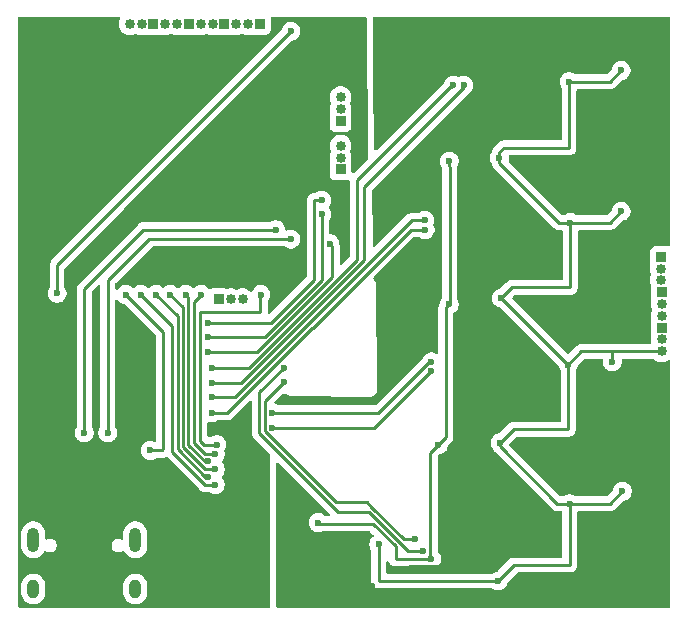
<source format=gbr>
%TF.GenerationSoftware,KiCad,Pcbnew,9.0.6*%
%TF.CreationDate,2025-12-28T18:42:45+01:00*%
%TF.ProjectId,scheme,73636865-6d65-42e6-9b69-6361645f7063,rev?*%
%TF.SameCoordinates,Original*%
%TF.FileFunction,Copper,L2,Bot*%
%TF.FilePolarity,Positive*%
%FSLAX46Y46*%
G04 Gerber Fmt 4.6, Leading zero omitted, Abs format (unit mm)*
G04 Created by KiCad (PCBNEW 9.0.6) date 2025-12-28 18:42:45*
%MOMM*%
%LPD*%
G01*
G04 APERTURE LIST*
%TA.AperFunction,ComponentPad*%
%ADD10R,0.850000X0.850000*%
%TD*%
%TA.AperFunction,ComponentPad*%
%ADD11C,0.850000*%
%TD*%
%TA.AperFunction,HeatsinkPad*%
%ADD12O,1.000000X2.100000*%
%TD*%
%TA.AperFunction,HeatsinkPad*%
%ADD13O,1.000000X1.600000*%
%TD*%
%TA.AperFunction,ViaPad*%
%ADD14C,0.600000*%
%TD*%
%TA.AperFunction,Conductor*%
%ADD15C,0.250000*%
%TD*%
G04 APERTURE END LIST*
D10*
%TO.P,J1,1,Pin_1*%
%TO.N,Net-(IC3-IO16)*%
X198800000Y-129800000D03*
D11*
%TO.P,J1,2,Pin_2*%
%TO.N,Net-(IC3-IO17)*%
X199800000Y-129800000D03*
%TO.P,J1,3,Pin_3*%
%TO.N,Net-(IC3-IO18)*%
X200800000Y-129800000D03*
%TD*%
D10*
%TO.P,J2,1,Pin_1*%
%TO.N,Net-(IC3-IO12)*%
X209100000Y-118800000D03*
D11*
%TO.P,J2,2,Pin_2*%
%TO.N,Net-(IC3-IO13)*%
X209100000Y-117800000D03*
%TO.P,J2,3,Pin_3*%
%TO.N,Net-(IC3-IO14)*%
X209100000Y-116800000D03*
%TD*%
D10*
%TO.P,J3,1,Pin_1*%
%TO.N,Net-(IC3-IO21)*%
X209100000Y-114700000D03*
D11*
%TO.P,J3,2,Pin_2*%
%TO.N,Net-(IC3-IO47)*%
X209100000Y-113700000D03*
%TO.P,J3,3,Pin_3*%
%TO.N,Net-(IC3-IO48)*%
X209100000Y-112700000D03*
%TD*%
D10*
%TO.P,J11,1,Pin_1*%
%TO.N,Net-(IC3-TXD0)*%
X193260000Y-106500000D03*
D11*
%TO.P,J11,2,Pin_2*%
%TO.N,Net-(IC3-IO2)*%
X192260000Y-106500000D03*
%TO.P,J11,3,Pin_3*%
%TO.N,Net-(IC3-IO1)*%
X191260000Y-106500000D03*
%TD*%
D10*
%TO.P,J10,1,Pin_1*%
%TO.N,Net-(IC3-IO41)*%
X196260000Y-106500000D03*
D11*
%TO.P,J10,2,Pin_2*%
%TO.N,Net-(IC3-IO42)*%
X195260000Y-106500000D03*
%TO.P,J10,3,Pin_3*%
%TO.N,Net-(IC3-RXD0)*%
X194260000Y-106500000D03*
%TD*%
%TO.P,J6,3,Pin_3*%
%TO.N,Net-(IC3-IO40)*%
X197260000Y-106500000D03*
%TO.P,J6,2,Pin_2*%
%TO.N,Net-(IC3-IO39)*%
X198260000Y-106500000D03*
D10*
%TO.P,J6,1,Pin_1*%
%TO.N,Net-(IC3-IO38)*%
X199260000Y-106500000D03*
%TD*%
D11*
%TO.P,J4,3,Pin_3*%
%TO.N,Net-(IC3-IO37)*%
X200260000Y-106500000D03*
%TO.P,J4,2,Pin_2*%
%TO.N,Net-(IC3-IO36)*%
X201260000Y-106500000D03*
D10*
%TO.P,J4,1,Pin_1*%
%TO.N,Net-(IC3-IO35)*%
X202260000Y-106500000D03*
%TD*%
%TO.P,J8,1,Pin_1*%
%TO.N,Net-(J8-Pin_1)*%
X236275000Y-129200000D03*
D11*
%TO.P,J8,2,Pin_2*%
%TO.N,Net-(J8-Pin_2)*%
X236275000Y-130200000D03*
%TO.P,J8,3,Pin_3*%
%TO.N,Net-(J8-Pin_3)*%
X236275000Y-131200000D03*
%TD*%
D10*
%TO.P,J9,1,Pin_1*%
%TO.N,Net-(J9-Pin_1)*%
X236275000Y-132200000D03*
D11*
%TO.P,J9,2,Pin_2*%
%TO.N,Net-(J9-Pin_2)*%
X236275000Y-133200000D03*
%TO.P,J9,3,Pin_3*%
%TO.N,VREF_BUF*%
X236275000Y-134200000D03*
%TD*%
D10*
%TO.P,J7,1,Pin_1*%
%TO.N,Net-(J7-Pin_1)*%
X236225000Y-126200000D03*
D11*
%TO.P,J7,2,Pin_2*%
%TO.N,Net-(J7-Pin_2)*%
X236225000Y-127200000D03*
%TO.P,J7,3,Pin_3*%
%TO.N,Net-(J7-Pin_3)*%
X236225000Y-128200000D03*
%TD*%
D12*
%TO.P,J5,S1,SHIELD*%
%TO.N,Net-(J5-SHIELD)*%
X183080000Y-150155000D03*
D13*
X183080000Y-154335000D03*
D12*
X191720000Y-150155000D03*
D13*
X191720000Y-154335000D03*
%TD*%
D14*
%TO.N,3v3_A*%
X218300000Y-130225000D03*
%TO.N,AGND*%
X221900000Y-120450000D03*
X221900000Y-127600000D03*
%TO.N,VREF_BUF*%
X228550000Y-123300000D03*
X222700000Y-129700000D03*
X228450000Y-111375000D03*
%TO.N,AGND*%
X221700000Y-115775000D03*
X221500000Y-108525000D03*
%TO.N,Net-(IC10-Y0)*%
X219550000Y-111675000D03*
%TO.N,Net-(IC10-Y3)*%
X218650000Y-111675000D03*
%TO.N,3v3_A*%
X218300000Y-118100000D03*
%TO.N,VREF_BUF*%
X222554442Y-117829442D03*
X232850000Y-110425000D03*
X228500000Y-147100000D03*
X222450000Y-153650000D03*
X212325000Y-150550000D03*
X228375000Y-135325000D03*
X232100000Y-135100000D03*
X232850000Y-122350000D03*
X232950000Y-146050000D03*
X222600000Y-141950000D03*
%TO.N,Net-(IC1-~{CS})*%
X197300000Y-129400000D03*
X198500000Y-142900000D03*
%TO.N,Net-(IC1-~{SYNC}{slash}~{RESET})*%
X202360000Y-129400000D03*
X198621646Y-142109300D03*
%TO.N,Net-(IC1-SCLK)*%
X198500000Y-144200000D03*
X194700000Y-129400000D03*
%TO.N,DGND*%
X193900000Y-146600000D03*
X196100000Y-148075000D03*
%TO.N,AGND*%
X221350000Y-139900000D03*
X221750000Y-144150000D03*
X215170000Y-152535000D03*
X221450000Y-151750000D03*
X221700000Y-132250000D03*
X211800000Y-154100000D03*
%TO.N,3v3_A*%
X207200000Y-148700000D03*
X216800000Y-151775000D03*
X217370491Y-142140982D03*
%TO.N,Net-(IC1-~{DRDY})*%
X196000000Y-129400000D03*
X197900000Y-143525000D03*
%TO.N,Net-(IC1-DIN)*%
X198503007Y-145485768D03*
X192200000Y-129400000D03*
%TO.N,Net-(IC1-DOUT)*%
X193500000Y-129400000D03*
X197900000Y-144825000D03*
%TO.N,Net-(IC10-Y1)*%
X216230000Y-123100000D03*
X198200000Y-138100000D03*
%TO.N,Net-(IC10-Y2)*%
X216257570Y-123899528D03*
X198200000Y-139400000D03*
%TO.N,Net-(IC3-IO19)*%
X203600000Y-123900000D03*
X187400000Y-141100000D03*
%TO.N,Net-(IC10-S0)*%
X208200000Y-125100000D03*
X197900000Y-134300000D03*
%TO.N,Net-(IC3-EN)*%
X190900000Y-129400000D03*
X193000000Y-142600000D03*
%TO.N,Net-(IC10-S1)*%
X207500000Y-122595000D03*
X197900000Y-133000000D03*
%TO.N,Net-(IC10-S2)*%
X197900000Y-131800000D03*
X207500000Y-121400000D03*
%TO.N,Net-(IC3-IO0)*%
X185100000Y-129300000D03*
X204900000Y-107100000D03*
%TO.N,Net-(IC3-IO20)*%
X189400000Y-141100000D03*
X204899998Y-124700000D03*
%TO.N,Net-(IC10-Y0)*%
X198200000Y-136900000D03*
%TO.N,Net-(IC10-Y3)*%
X198200000Y-135600000D03*
%TO.N,Net-(IC10-Y4)*%
X203320000Y-140700000D03*
X216725000Y-135900000D03*
%TO.N,Net-(IC10-Y6)*%
X203300000Y-139400000D03*
X216800000Y-135100000D03*
%TO.N,Net-(IC10-Y7)*%
X215440000Y-150130000D03*
X204300000Y-136800000D03*
%TO.N,Net-(IC10-Y5)*%
X204300000Y-135600000D03*
X216075000Y-151120000D03*
%TD*%
D15*
%TO.N,3v3_A*%
X218350000Y-118575000D02*
X218350000Y-130175000D01*
X218300000Y-118525000D02*
X218350000Y-118575000D01*
X218300000Y-118100000D02*
X218300000Y-118525000D01*
X218350000Y-130175000D02*
X218300000Y-130225000D01*
%TO.N,AGND*%
X221050000Y-128450000D02*
X221900000Y-127600000D01*
X221900000Y-127600000D02*
X221900000Y-120450000D01*
%TO.N,3v3_A*%
X218000000Y-130525000D02*
X218300000Y-130225000D01*
%TO.N,VREF_BUF*%
X223600000Y-128800000D02*
X228550000Y-128800000D01*
X228550000Y-128800000D02*
X228550000Y-123300000D01*
X222700000Y-129700000D02*
X223600000Y-128800000D01*
X228550000Y-123300000D02*
X231900000Y-123300000D01*
X231900000Y-123300000D02*
X232850000Y-122350000D01*
X228550000Y-123300000D02*
X227600000Y-123300000D01*
%TO.N,AGND*%
X221900000Y-120450000D02*
X221125000Y-119675000D01*
%TO.N,Net-(IC10-Y3)*%
X218525000Y-111800000D02*
X218400000Y-111800000D01*
X218650000Y-111675000D02*
X218525000Y-111800000D01*
%TO.N,Net-(IC10-Y0)*%
X219550000Y-111850000D02*
X219550000Y-111675000D01*
X211100000Y-120300000D02*
X219550000Y-111850000D01*
X211100000Y-126500000D02*
X211100000Y-120300000D01*
X200700000Y-136900000D02*
X211100000Y-126500000D01*
X198200000Y-136900000D02*
X200700000Y-136900000D01*
%TO.N,AGND*%
X221125000Y-116350000D02*
X221700000Y-115775000D01*
X221125000Y-116575000D02*
X221125000Y-116350000D01*
%TO.N,VREF_BUF*%
X222554442Y-118254442D02*
X222554442Y-117829442D01*
X227600000Y-123300000D02*
X222554442Y-118254442D01*
%TO.N,AGND*%
X221500000Y-115575000D02*
X221500000Y-108525000D01*
X221700000Y-115775000D02*
X221500000Y-115575000D01*
%TO.N,VREF_BUF*%
X231900000Y-111375000D02*
X232850000Y-110425000D01*
X228450000Y-111375000D02*
X231900000Y-111375000D01*
X228450000Y-116975000D02*
X228450000Y-111375000D01*
X222900000Y-116975000D02*
X228450000Y-116975000D01*
%TO.N,Net-(IC10-Y0)*%
X219550000Y-111775000D02*
X219550000Y-111675000D01*
%TO.N,VREF_BUF*%
X222554442Y-117829442D02*
X222554442Y-117320558D01*
X222554442Y-117320558D02*
X222900000Y-116975000D01*
%TO.N,Net-(IC10-Y3)*%
X201362190Y-135600000D02*
X198200000Y-135600000D01*
X210500000Y-126462190D02*
X201362190Y-135600000D01*
X210500000Y-119700000D02*
X210500000Y-126462190D01*
X218400000Y-111800000D02*
X210500000Y-119700000D01*
%TO.N,AGND*%
X221125000Y-119675000D02*
X221125000Y-116575000D01*
%TO.N,Net-(IC3-EN)*%
X194100000Y-132600000D02*
X190900000Y-129400000D01*
X194100000Y-142500000D02*
X194100000Y-132600000D01*
X193000000Y-142600000D02*
X194000000Y-142600000D01*
X194000000Y-142600000D02*
X194100000Y-142500000D01*
%TO.N,VREF_BUF*%
X227450000Y-147100000D02*
X228500000Y-147100000D01*
X222450000Y-153650000D02*
X223800000Y-152300000D01*
X212325000Y-150550000D02*
X212325000Y-153650000D01*
X232100000Y-134300000D02*
X232000000Y-134200000D01*
X229500000Y-134200000D02*
X228375000Y-135325000D01*
X223800000Y-152300000D02*
X228500000Y-152300000D01*
X232100000Y-135100000D02*
X232100000Y-134300000D01*
X222600000Y-142250000D02*
X227450000Y-147100000D01*
X232200000Y-134200000D02*
X236275000Y-134200000D01*
X212325000Y-153650000D02*
X222450000Y-153650000D01*
X228375000Y-135325000D02*
X228325000Y-135325000D01*
X228375000Y-140800000D02*
X228375000Y-135325000D01*
X228325000Y-135325000D02*
X222700000Y-129700000D01*
X223750000Y-140800000D02*
X228375000Y-140800000D01*
X228500000Y-152300000D02*
X228500000Y-147100000D01*
X222600000Y-141950000D02*
X223750000Y-140800000D01*
X222600000Y-141950000D02*
X222600000Y-142250000D01*
X231900000Y-147100000D02*
X232950000Y-146050000D01*
X232000000Y-134200000D02*
X229500000Y-134200000D01*
X228500000Y-147100000D02*
X231900000Y-147100000D01*
X232100000Y-134300000D02*
X232200000Y-134200000D01*
%TO.N,Net-(IC1-~{CS})*%
X196700000Y-130000000D02*
X197300000Y-129400000D01*
X197600000Y-142900000D02*
X196700000Y-142000000D01*
X196700000Y-142000000D02*
X196700000Y-130000000D01*
X198500000Y-142900000D02*
X197600000Y-142900000D01*
%TO.N,Net-(IC1-~{SYNC}{slash}~{RESET})*%
X197509300Y-142109300D02*
X198621646Y-142109300D01*
X202300000Y-130900000D02*
X197200000Y-130900000D01*
X202360000Y-129400000D02*
X202300000Y-129460000D01*
X197200000Y-130900000D02*
X197200000Y-141800000D01*
X202300000Y-129460000D02*
X202300000Y-130900000D01*
X197200000Y-141800000D02*
X197509300Y-142109300D01*
%TO.N,Net-(IC1-SCLK)*%
X195749000Y-130449000D02*
X194700000Y-129400000D01*
X198500000Y-144200000D02*
X197624380Y-144200000D01*
X197624380Y-144200000D02*
X195749000Y-142324620D01*
X195749000Y-142324620D02*
X195749000Y-130449000D01*
%TO.N,DGND*%
X194625000Y-146600000D02*
X196100000Y-148075000D01*
X193900000Y-146600000D02*
X194625000Y-146600000D01*
%TO.N,AGND*%
X221700000Y-132250000D02*
X221050000Y-131600000D01*
X221350000Y-139300000D02*
X221350000Y-133700000D01*
X215305000Y-152400000D02*
X220800000Y-152400000D01*
X221450000Y-144450000D02*
X221750000Y-144150000D01*
X221700000Y-133350000D02*
X221700000Y-132250000D01*
X221350000Y-139900000D02*
X221350000Y-139300000D01*
X221100000Y-139550000D02*
X221350000Y-139300000D01*
X221350000Y-133700000D02*
X221700000Y-133350000D01*
X215170000Y-152535000D02*
X215305000Y-152400000D01*
X221450000Y-151750000D02*
X221450000Y-144450000D01*
X220650000Y-143050000D02*
X220650000Y-140600000D01*
X221750000Y-144150000D02*
X220650000Y-143050000D01*
X220800000Y-152400000D02*
X221450000Y-151750000D01*
X221050000Y-131600000D02*
X221050000Y-128450000D01*
X220650000Y-140600000D02*
X221350000Y-139900000D01*
%TO.N,3v3_A*%
X216700000Y-142800000D02*
X217359018Y-142140982D01*
X217370491Y-142140982D02*
X217370491Y-142129509D01*
X213760000Y-150730000D02*
X211830000Y-148800000D01*
X217370491Y-142129509D02*
X218000000Y-141500000D01*
X216800000Y-151775000D02*
X216780000Y-151775000D01*
X216700000Y-151695000D02*
X216700000Y-142800000D01*
X218000000Y-141500000D02*
X218000000Y-130525000D01*
X217359018Y-142140982D02*
X217370491Y-142140982D01*
X216780000Y-151775000D02*
X216700000Y-151695000D01*
X216800000Y-151775000D02*
X213760000Y-151775000D01*
X213760000Y-151775000D02*
X213760000Y-150730000D01*
X207300000Y-148800000D02*
X207200000Y-148700000D01*
X211830000Y-148800000D02*
X207300000Y-148800000D01*
%TO.N,Net-(IC1-~{DRDY})*%
X197587190Y-143525000D02*
X196200000Y-142137810D01*
X196200000Y-129600000D02*
X196000000Y-129400000D01*
X197900000Y-143525000D02*
X197587190Y-143525000D01*
X196200000Y-142137810D02*
X196200000Y-129600000D01*
%TO.N,Net-(IC1-DIN)*%
X198503007Y-145485768D02*
X197634528Y-145485768D01*
X194847000Y-142698240D02*
X194847000Y-132047000D01*
X197634528Y-145485768D02*
X194847000Y-142698240D01*
X194847000Y-132047000D02*
X192200000Y-129400000D01*
%TO.N,Net-(IC1-DOUT)*%
X197900000Y-144825000D02*
X197611570Y-144825000D01*
X197611570Y-144825000D02*
X195298000Y-142511430D01*
X195298000Y-131198000D02*
X193500000Y-129400000D01*
X195298000Y-142511430D02*
X195298000Y-131198000D01*
%TO.N,Net-(IC10-Y1)*%
X216230000Y-123100000D02*
X215162190Y-123100000D01*
X215162190Y-123100000D02*
X200162190Y-138100000D01*
X200162190Y-138100000D02*
X198200000Y-138100000D01*
%TO.N,Net-(IC10-Y2)*%
X215037807Y-123900003D02*
X206737810Y-132200000D01*
X216257570Y-123899528D02*
X216257095Y-123900003D01*
X206700000Y-132200000D02*
X199500000Y-139400000D01*
X216257095Y-123900003D02*
X215037807Y-123900003D01*
X199500000Y-139400000D02*
X198200000Y-139400000D01*
X206737810Y-132200000D02*
X206700000Y-132200000D01*
%TO.N,Net-(IC3-IO19)*%
X187400000Y-141100000D02*
X187400000Y-128900000D01*
X192400000Y-123900000D02*
X203600000Y-123900000D01*
X187400000Y-128900000D02*
X192400000Y-123900000D01*
%TO.N,Net-(IC10-S0)*%
X208400000Y-125300000D02*
X208400000Y-127924380D01*
X208400000Y-127924380D02*
X202024380Y-134300000D01*
X202024380Y-134300000D02*
X197900000Y-134300000D01*
X208200000Y-125100000D02*
X208400000Y-125300000D01*
%TO.N,Net-(IC10-S1)*%
X207500000Y-122595000D02*
X207500000Y-128186570D01*
X202686570Y-133000000D02*
X197900000Y-133000000D01*
X207500000Y-128186570D02*
X202686570Y-133000000D01*
%TO.N,Net-(IC10-S2)*%
X207500000Y-121400000D02*
X206874000Y-121400000D01*
X206874000Y-128174760D02*
X203248760Y-131800000D01*
X203248760Y-131800000D02*
X197900000Y-131800000D01*
X206874000Y-121400000D02*
X206874000Y-128174760D01*
%TO.N,Net-(IC3-IO0)*%
X190200000Y-121800000D02*
X185100000Y-126900000D01*
X190200000Y-121800000D02*
X204900000Y-107100000D01*
X185100000Y-126900000D02*
X185100000Y-129300000D01*
%TO.N,Net-(IC3-IO20)*%
X189400000Y-128200000D02*
X189400000Y-141100000D01*
X204899998Y-124700000D02*
X192900000Y-124700000D01*
X192900000Y-124700000D02*
X189400000Y-128200000D01*
%TO.N,Net-(IC10-Y4)*%
X211925000Y-140700000D02*
X216725000Y-135900000D01*
X203320000Y-140700000D02*
X211925000Y-140700000D01*
%TO.N,Net-(IC10-Y6)*%
X216800000Y-135100000D02*
X216600000Y-135100000D01*
X212300000Y-139400000D02*
X203300000Y-139400000D01*
X216600000Y-135100000D02*
X212300000Y-139400000D01*
%TO.N,Net-(IC10-Y7)*%
X208714702Y-147000000D02*
X202674000Y-140959298D01*
X211669000Y-147349000D02*
X211320000Y-147000000D01*
X211676810Y-147349000D02*
X211669000Y-147349000D01*
X211320000Y-147000000D02*
X208714702Y-147000000D01*
X202674000Y-140959298D02*
X202674000Y-138426000D01*
X214457810Y-150130000D02*
X211676810Y-147349000D01*
X202674000Y-138426000D02*
X204300000Y-136800000D01*
X215440000Y-150130000D02*
X214457810Y-150130000D01*
%TO.N,Net-(IC10-Y5)*%
X202223000Y-141146108D02*
X202223000Y-137677000D01*
X211490000Y-147800000D02*
X208876892Y-147800000D01*
X214810000Y-151120000D02*
X211490000Y-147800000D01*
X208876892Y-147800000D02*
X202223000Y-141146108D01*
X202223000Y-137677000D02*
X204300000Y-135600000D01*
X216075000Y-151120000D02*
X214810000Y-151120000D01*
%TD*%
%TA.AperFunction,Conductor*%
%TO.N,AGND*%
G36*
X231254363Y-134845185D02*
G01*
X231300118Y-134897989D01*
X231310062Y-134967147D01*
X231308941Y-134973691D01*
X231299500Y-135021153D01*
X231299500Y-135178846D01*
X231330261Y-135333489D01*
X231330264Y-135333501D01*
X231390602Y-135479172D01*
X231390609Y-135479185D01*
X231478210Y-135610288D01*
X231478213Y-135610292D01*
X231589707Y-135721786D01*
X231589711Y-135721789D01*
X231720814Y-135809390D01*
X231720827Y-135809397D01*
X231855395Y-135865136D01*
X231866503Y-135869737D01*
X231999973Y-135896286D01*
X232021153Y-135900499D01*
X232021156Y-135900500D01*
X232021158Y-135900500D01*
X232178844Y-135900500D01*
X232178845Y-135900499D01*
X232333497Y-135869737D01*
X232479179Y-135809394D01*
X232610289Y-135721789D01*
X232721789Y-135610289D01*
X232809394Y-135479179D01*
X232869737Y-135333497D01*
X232900500Y-135178842D01*
X232900500Y-135021158D01*
X232900500Y-135021155D01*
X232900499Y-135021153D01*
X232891059Y-134973691D01*
X232897286Y-134904099D01*
X232940149Y-134848922D01*
X233006039Y-134825678D01*
X233012676Y-134825500D01*
X235540283Y-134825500D01*
X235607322Y-134845185D01*
X235627959Y-134861814D01*
X235664134Y-134897989D01*
X235685030Y-134918885D01*
X235685032Y-134918886D01*
X235836608Y-135020166D01*
X235836612Y-135020168D01*
X236005037Y-135089931D01*
X236005042Y-135089933D01*
X236005046Y-135089933D01*
X236005047Y-135089934D01*
X236183843Y-135125500D01*
X236183846Y-135125500D01*
X236366156Y-135125500D01*
X236486445Y-135101572D01*
X236544958Y-135089933D01*
X236713389Y-135020167D01*
X236826609Y-134944515D01*
X236893287Y-134923638D01*
X236960667Y-134942123D01*
X237007357Y-134994102D01*
X237019500Y-135047618D01*
X237019500Y-155785500D01*
X236999815Y-155852539D01*
X236947011Y-155898294D01*
X236895500Y-155909500D01*
X203798181Y-155909500D01*
X203731142Y-155889815D01*
X203685387Y-155837011D01*
X203674181Y-155785762D01*
X203672795Y-155130000D01*
X203648747Y-143756066D01*
X203668290Y-143688988D01*
X203720997Y-143643122D01*
X203790135Y-143633032D01*
X203853751Y-143661923D01*
X203860428Y-143668126D01*
X208155121Y-147962819D01*
X208165733Y-147982255D01*
X208180234Y-147998989D01*
X208182150Y-148012320D01*
X208188606Y-148024142D01*
X208187026Y-148046228D01*
X208190178Y-148068147D01*
X208184582Y-148080398D01*
X208183622Y-148093834D01*
X208170351Y-148111560D01*
X208161153Y-148131703D01*
X208149821Y-148138985D01*
X208141750Y-148149767D01*
X208121004Y-148157504D01*
X208102375Y-148169477D01*
X208080456Y-148172628D01*
X208076286Y-148174184D01*
X208067440Y-148174500D01*
X207857940Y-148174500D01*
X207790901Y-148154815D01*
X207770263Y-148138185D01*
X207710289Y-148078211D01*
X207710288Y-148078210D01*
X207710287Y-148078209D01*
X207579185Y-147990609D01*
X207579172Y-147990602D01*
X207433501Y-147930264D01*
X207433489Y-147930261D01*
X207278845Y-147899500D01*
X207278842Y-147899500D01*
X207121158Y-147899500D01*
X207121155Y-147899500D01*
X206966510Y-147930261D01*
X206966498Y-147930264D01*
X206820827Y-147990602D01*
X206820814Y-147990609D01*
X206689711Y-148078210D01*
X206689707Y-148078213D01*
X206578213Y-148189707D01*
X206578210Y-148189711D01*
X206490609Y-148320814D01*
X206490602Y-148320827D01*
X206430264Y-148466498D01*
X206430261Y-148466510D01*
X206399500Y-148621153D01*
X206399500Y-148778846D01*
X206430261Y-148933489D01*
X206430264Y-148933501D01*
X206490602Y-149079172D01*
X206490609Y-149079185D01*
X206578210Y-149210288D01*
X206578213Y-149210292D01*
X206689707Y-149321786D01*
X206689711Y-149321789D01*
X206820814Y-149409390D01*
X206820827Y-149409397D01*
X206962746Y-149468181D01*
X206966503Y-149469737D01*
X207116015Y-149499477D01*
X207121153Y-149500499D01*
X207121156Y-149500500D01*
X207121158Y-149500500D01*
X207278844Y-149500500D01*
X207278845Y-149500499D01*
X207433497Y-149469737D01*
X207492771Y-149445185D01*
X207517508Y-149434939D01*
X207564960Y-149425500D01*
X211519548Y-149425500D01*
X211586587Y-149445185D01*
X211607229Y-149461819D01*
X211863076Y-149717666D01*
X211896561Y-149778989D01*
X211891577Y-149848681D01*
X211849705Y-149904614D01*
X211844286Y-149908449D01*
X211814711Y-149928210D01*
X211814707Y-149928213D01*
X211703213Y-150039707D01*
X211703210Y-150039711D01*
X211615609Y-150170814D01*
X211615602Y-150170827D01*
X211555264Y-150316498D01*
X211555261Y-150316510D01*
X211524500Y-150471153D01*
X211524500Y-150628846D01*
X211555261Y-150783489D01*
X211555264Y-150783501D01*
X211615602Y-150929172D01*
X211615609Y-150929184D01*
X211678602Y-151023459D01*
X211699480Y-151090136D01*
X211699500Y-151092350D01*
X211699500Y-153711610D01*
X211723535Y-153832444D01*
X211723538Y-153832454D01*
X211770687Y-153946283D01*
X211770692Y-153946292D01*
X211839141Y-154048732D01*
X211839144Y-154048736D01*
X211926263Y-154135855D01*
X211926267Y-154135858D01*
X212028707Y-154204307D01*
X212028713Y-154204310D01*
X212028714Y-154204311D01*
X212142548Y-154251463D01*
X212244722Y-154271786D01*
X212263389Y-154275499D01*
X212263393Y-154275500D01*
X212263394Y-154275500D01*
X221907650Y-154275500D01*
X221974689Y-154295185D01*
X221976541Y-154296398D01*
X222070821Y-154359394D01*
X222070823Y-154359395D01*
X222070827Y-154359397D01*
X222216498Y-154419735D01*
X222216503Y-154419737D01*
X222371153Y-154450499D01*
X222371156Y-154450500D01*
X222371158Y-154450500D01*
X222528844Y-154450500D01*
X222528845Y-154450499D01*
X222683497Y-154419737D01*
X222829179Y-154359394D01*
X222960289Y-154271789D01*
X223071789Y-154160289D01*
X223159394Y-154029179D01*
X223219737Y-153883497D01*
X223241858Y-153772282D01*
X223274240Y-153710375D01*
X223275733Y-153708855D01*
X224022771Y-152961819D01*
X224084094Y-152928334D01*
X224110452Y-152925500D01*
X228561607Y-152925500D01*
X228561608Y-152925499D01*
X228682452Y-152901463D01*
X228796286Y-152854311D01*
X228898733Y-152785858D01*
X228985858Y-152698733D01*
X229054311Y-152596286D01*
X229101463Y-152482452D01*
X229125500Y-152361606D01*
X229125500Y-147849500D01*
X229145185Y-147782461D01*
X229197989Y-147736706D01*
X229249500Y-147725500D01*
X231961607Y-147725500D01*
X232022029Y-147713481D01*
X232082452Y-147701463D01*
X232115792Y-147687652D01*
X232196286Y-147654312D01*
X232262169Y-147610289D01*
X232298733Y-147585858D01*
X232385858Y-147498733D01*
X232385859Y-147498731D01*
X232392925Y-147491665D01*
X232392928Y-147491661D01*
X233008797Y-146875791D01*
X233070118Y-146842308D01*
X233072128Y-146841889D01*
X233183497Y-146819737D01*
X233329179Y-146759394D01*
X233460289Y-146671789D01*
X233571789Y-146560289D01*
X233659394Y-146429179D01*
X233719737Y-146283497D01*
X233750500Y-146128842D01*
X233750500Y-145971158D01*
X233750500Y-145971155D01*
X233750499Y-145971153D01*
X233719738Y-145816510D01*
X233719738Y-145816508D01*
X233719737Y-145816503D01*
X233704935Y-145780768D01*
X233659397Y-145670827D01*
X233659390Y-145670814D01*
X233571789Y-145539711D01*
X233571786Y-145539707D01*
X233460292Y-145428213D01*
X233460288Y-145428210D01*
X233329185Y-145340609D01*
X233329172Y-145340602D01*
X233183501Y-145280264D01*
X233183489Y-145280261D01*
X233028845Y-145249500D01*
X233028842Y-145249500D01*
X232871158Y-145249500D01*
X232871155Y-145249500D01*
X232716510Y-145280261D01*
X232716498Y-145280264D01*
X232570827Y-145340602D01*
X232570814Y-145340609D01*
X232439711Y-145428210D01*
X232439707Y-145428213D01*
X232328213Y-145539707D01*
X232328210Y-145539711D01*
X232240609Y-145670814D01*
X232240602Y-145670827D01*
X232180264Y-145816498D01*
X232180261Y-145816508D01*
X232158141Y-145927714D01*
X232125756Y-145989625D01*
X232124205Y-145991203D01*
X231677229Y-146438181D01*
X231615906Y-146471666D01*
X231589548Y-146474500D01*
X229042350Y-146474500D01*
X228975311Y-146454815D01*
X228973459Y-146453602D01*
X228879184Y-146390609D01*
X228879172Y-146390602D01*
X228733501Y-146330264D01*
X228733489Y-146330261D01*
X228578845Y-146299500D01*
X228578842Y-146299500D01*
X228421158Y-146299500D01*
X228421155Y-146299500D01*
X228266510Y-146330261D01*
X228266498Y-146330264D01*
X228120827Y-146390602D01*
X228120815Y-146390609D01*
X228026541Y-146453602D01*
X228008494Y-146459252D01*
X227992585Y-146469477D01*
X227961625Y-146473928D01*
X227959864Y-146474480D01*
X227957650Y-146474500D01*
X227760452Y-146474500D01*
X227693413Y-146454815D01*
X227672771Y-146438181D01*
X223424624Y-142190034D01*
X223391139Y-142128711D01*
X223390688Y-142078165D01*
X223391858Y-142072282D01*
X223424242Y-142010374D01*
X223425732Y-142008856D01*
X223972772Y-141461819D01*
X224034095Y-141428334D01*
X224060453Y-141425500D01*
X228436607Y-141425500D01*
X228436608Y-141425499D01*
X228557452Y-141401463D01*
X228671286Y-141354311D01*
X228773733Y-141285858D01*
X228860858Y-141198733D01*
X228929311Y-141096286D01*
X228976463Y-140982452D01*
X229000500Y-140861606D01*
X229000500Y-135867350D01*
X229020185Y-135800311D01*
X229021398Y-135798459D01*
X229072629Y-135721786D01*
X229084394Y-135704179D01*
X229144737Y-135558497D01*
X229166858Y-135447282D01*
X229199240Y-135385375D01*
X229200732Y-135383856D01*
X229722771Y-134861819D01*
X229784094Y-134828334D01*
X229810452Y-134825500D01*
X231187324Y-134825500D01*
X231254363Y-134845185D01*
G37*
%TD.AperFunction*%
%TA.AperFunction,Conductor*%
G36*
X236962539Y-105880185D02*
G01*
X237008294Y-105932989D01*
X237019500Y-105984500D01*
X237019500Y-125200041D01*
X236999815Y-125267080D01*
X236947011Y-125312835D01*
X236877853Y-125322779D01*
X236852168Y-125316223D01*
X236757485Y-125280909D01*
X236757483Y-125280908D01*
X236697883Y-125274501D01*
X236697881Y-125274500D01*
X236697873Y-125274500D01*
X236697864Y-125274500D01*
X235752129Y-125274500D01*
X235752123Y-125274501D01*
X235692516Y-125280908D01*
X235557671Y-125331202D01*
X235557664Y-125331206D01*
X235442455Y-125417452D01*
X235442452Y-125417455D01*
X235356206Y-125532664D01*
X235356202Y-125532671D01*
X235305908Y-125667517D01*
X235299501Y-125727116D01*
X235299500Y-125727135D01*
X235299500Y-126672870D01*
X235299501Y-126672876D01*
X235305908Y-126732483D01*
X235341447Y-126827765D01*
X235346431Y-126897456D01*
X235339828Y-126918545D01*
X235335069Y-126930034D01*
X235335065Y-126930047D01*
X235299500Y-127108843D01*
X235299500Y-127108846D01*
X235299500Y-127291154D01*
X235299500Y-127291156D01*
X235299499Y-127291156D01*
X235335065Y-127469952D01*
X235335067Y-127469958D01*
X235404835Y-127638394D01*
X235406525Y-127641556D01*
X235406908Y-127643399D01*
X235407164Y-127644016D01*
X235407047Y-127644064D01*
X235420761Y-127709960D01*
X235406525Y-127758444D01*
X235404835Y-127761605D01*
X235335067Y-127930041D01*
X235335065Y-127930047D01*
X235299500Y-128108843D01*
X235299500Y-128108846D01*
X235299500Y-128291154D01*
X235299500Y-128291156D01*
X235299499Y-128291156D01*
X235335065Y-128469952D01*
X235335068Y-128469962D01*
X235366135Y-128544965D01*
X235373604Y-128614434D01*
X235367757Y-128635747D01*
X235355909Y-128667515D01*
X235355908Y-128667516D01*
X235349501Y-128727116D01*
X235349500Y-128727135D01*
X235349500Y-129672870D01*
X235349501Y-129672876D01*
X235355908Y-129732483D01*
X235391447Y-129827765D01*
X235396431Y-129897456D01*
X235389828Y-129918545D01*
X235385069Y-129930034D01*
X235385065Y-129930047D01*
X235349500Y-130108843D01*
X235349500Y-130108846D01*
X235349500Y-130291154D01*
X235349500Y-130291156D01*
X235349499Y-130291156D01*
X235385065Y-130469952D01*
X235385067Y-130469958D01*
X235454835Y-130638394D01*
X235456525Y-130641556D01*
X235456908Y-130643399D01*
X235457164Y-130644016D01*
X235457047Y-130644064D01*
X235470761Y-130709960D01*
X235456525Y-130758444D01*
X235454835Y-130761605D01*
X235385067Y-130930041D01*
X235385065Y-130930047D01*
X235349500Y-131108843D01*
X235349500Y-131108846D01*
X235349500Y-131291154D01*
X235349500Y-131291156D01*
X235349499Y-131291156D01*
X235385065Y-131469952D01*
X235385068Y-131469962D01*
X235389826Y-131481448D01*
X235397295Y-131550917D01*
X235391447Y-131572233D01*
X235355908Y-131667517D01*
X235349501Y-131727116D01*
X235349500Y-131727135D01*
X235349500Y-132672870D01*
X235349501Y-132672876D01*
X235355908Y-132732483D01*
X235391447Y-132827765D01*
X235396431Y-132897456D01*
X235389828Y-132918545D01*
X235385069Y-132930034D01*
X235385065Y-132930047D01*
X235349500Y-133108843D01*
X235349500Y-133108846D01*
X235349500Y-133291154D01*
X235349500Y-133291156D01*
X235349499Y-133291156D01*
X235376384Y-133426308D01*
X235370157Y-133495900D01*
X235327294Y-133551077D01*
X235261405Y-133574322D01*
X235254767Y-133574500D01*
X232138390Y-133574500D01*
X232124187Y-133577325D01*
X232075813Y-133577325D01*
X232061609Y-133574500D01*
X232061607Y-133574500D01*
X232061606Y-133574500D01*
X229561606Y-133574500D01*
X229438393Y-133574500D01*
X229438389Y-133574500D01*
X229377971Y-133586518D01*
X229334743Y-133595116D01*
X229317546Y-133598537D01*
X229203716Y-133645687D01*
X229203707Y-133645692D01*
X229101268Y-133714140D01*
X229057705Y-133757703D01*
X229014142Y-133801267D01*
X229014139Y-133801270D01*
X228437680Y-134377728D01*
X228376357Y-134411213D01*
X228306665Y-134406229D01*
X228262318Y-134377728D01*
X223672271Y-129787681D01*
X223638786Y-129726358D01*
X223643770Y-129656666D01*
X223672271Y-129612319D01*
X223822771Y-129461819D01*
X223884094Y-129428334D01*
X223910452Y-129425500D01*
X228611607Y-129425500D01*
X228611608Y-129425499D01*
X228732452Y-129401463D01*
X228846286Y-129354311D01*
X228948733Y-129285858D01*
X229035858Y-129198733D01*
X229104311Y-129096286D01*
X229151463Y-128982452D01*
X229175500Y-128861606D01*
X229175500Y-124049500D01*
X229195185Y-123982461D01*
X229247989Y-123936706D01*
X229299500Y-123925500D01*
X231961607Y-123925500D01*
X232022029Y-123913481D01*
X232082452Y-123901463D01*
X232115792Y-123887652D01*
X232196286Y-123854312D01*
X232262169Y-123810289D01*
X232298733Y-123785858D01*
X232385858Y-123698733D01*
X232385859Y-123698731D01*
X232392925Y-123691665D01*
X232392928Y-123691661D01*
X232908797Y-123175791D01*
X232970118Y-123142308D01*
X232972128Y-123141889D01*
X233083497Y-123119737D01*
X233229179Y-123059394D01*
X233360289Y-122971789D01*
X233471789Y-122860289D01*
X233559394Y-122729179D01*
X233562854Y-122720827D01*
X233582051Y-122674480D01*
X233619737Y-122583497D01*
X233650500Y-122428842D01*
X233650500Y-122271158D01*
X233650500Y-122271155D01*
X233650499Y-122271153D01*
X233641858Y-122227714D01*
X233619737Y-122116503D01*
X233619735Y-122116498D01*
X233559397Y-121970827D01*
X233559390Y-121970814D01*
X233471789Y-121839711D01*
X233471786Y-121839707D01*
X233360292Y-121728213D01*
X233360288Y-121728210D01*
X233229185Y-121640609D01*
X233229172Y-121640602D01*
X233083501Y-121580264D01*
X233083489Y-121580261D01*
X232928845Y-121549500D01*
X232928842Y-121549500D01*
X232771158Y-121549500D01*
X232771155Y-121549500D01*
X232616510Y-121580261D01*
X232616498Y-121580264D01*
X232470827Y-121640602D01*
X232470814Y-121640609D01*
X232339711Y-121728210D01*
X232339707Y-121728213D01*
X232228213Y-121839707D01*
X232228210Y-121839711D01*
X232140609Y-121970814D01*
X232140602Y-121970827D01*
X232080264Y-122116498D01*
X232080261Y-122116508D01*
X232058141Y-122227714D01*
X232025756Y-122289625D01*
X232024205Y-122291203D01*
X231677229Y-122638181D01*
X231615906Y-122671666D01*
X231589548Y-122674500D01*
X229092350Y-122674500D01*
X229025311Y-122654815D01*
X229023459Y-122653602D01*
X228929184Y-122590609D01*
X228929172Y-122590602D01*
X228783501Y-122530264D01*
X228783489Y-122530261D01*
X228628845Y-122499500D01*
X228628842Y-122499500D01*
X228471158Y-122499500D01*
X228471155Y-122499500D01*
X228316510Y-122530261D01*
X228316498Y-122530264D01*
X228170827Y-122590602D01*
X228170815Y-122590609D01*
X228076541Y-122653602D01*
X228058494Y-122659252D01*
X228042585Y-122669477D01*
X228011625Y-122673928D01*
X228009864Y-122674480D01*
X228007650Y-122674500D01*
X227910453Y-122674500D01*
X227843414Y-122654815D01*
X227822772Y-122638181D01*
X223358328Y-118173738D01*
X223324843Y-118112415D01*
X223324392Y-118061868D01*
X223343155Y-117967538D01*
X223354942Y-117908286D01*
X223354942Y-117750597D01*
X223354941Y-117750595D01*
X223354563Y-117748691D01*
X223354654Y-117747673D01*
X223354345Y-117744535D01*
X223354940Y-117744476D01*
X223360790Y-117679099D01*
X223403654Y-117623922D01*
X223469543Y-117600678D01*
X223476180Y-117600500D01*
X228511607Y-117600500D01*
X228511608Y-117600499D01*
X228632452Y-117576463D01*
X228746286Y-117529311D01*
X228848733Y-117460858D01*
X228935858Y-117373733D01*
X229004311Y-117271286D01*
X229051463Y-117157452D01*
X229075500Y-117036606D01*
X229075500Y-112124500D01*
X229095185Y-112057461D01*
X229147989Y-112011706D01*
X229199500Y-112000500D01*
X231961607Y-112000500D01*
X232022029Y-111988481D01*
X232082452Y-111976463D01*
X232115792Y-111962652D01*
X232196286Y-111929312D01*
X232262169Y-111885289D01*
X232298733Y-111860858D01*
X232385858Y-111773733D01*
X232385859Y-111773731D01*
X232392925Y-111766665D01*
X232392928Y-111766661D01*
X232908797Y-111250791D01*
X232970118Y-111217308D01*
X232972128Y-111216889D01*
X233083497Y-111194737D01*
X233229179Y-111134394D01*
X233360289Y-111046789D01*
X233471789Y-110935289D01*
X233559394Y-110804179D01*
X233619737Y-110658497D01*
X233650500Y-110503842D01*
X233650500Y-110346158D01*
X233650500Y-110346155D01*
X233650499Y-110346153D01*
X233619738Y-110191510D01*
X233619738Y-110191508D01*
X233619737Y-110191503D01*
X233619735Y-110191498D01*
X233559397Y-110045827D01*
X233559390Y-110045814D01*
X233471789Y-109914711D01*
X233471786Y-109914707D01*
X233360292Y-109803213D01*
X233360288Y-109803210D01*
X233229185Y-109715609D01*
X233229172Y-109715602D01*
X233083501Y-109655264D01*
X233083489Y-109655261D01*
X232928845Y-109624500D01*
X232928842Y-109624500D01*
X232771158Y-109624500D01*
X232771155Y-109624500D01*
X232616510Y-109655261D01*
X232616498Y-109655264D01*
X232470827Y-109715602D01*
X232470814Y-109715609D01*
X232339711Y-109803210D01*
X232339707Y-109803213D01*
X232228213Y-109914707D01*
X232228210Y-109914711D01*
X232140609Y-110045814D01*
X232140602Y-110045827D01*
X232080264Y-110191498D01*
X232080261Y-110191508D01*
X232058141Y-110302714D01*
X232025756Y-110364625D01*
X232024205Y-110366203D01*
X231677229Y-110713181D01*
X231615906Y-110746666D01*
X231589548Y-110749500D01*
X228992350Y-110749500D01*
X228925311Y-110729815D01*
X228923459Y-110728602D01*
X228829184Y-110665609D01*
X228829172Y-110665602D01*
X228683501Y-110605264D01*
X228683489Y-110605261D01*
X228528845Y-110574500D01*
X228528842Y-110574500D01*
X228371158Y-110574500D01*
X228371155Y-110574500D01*
X228216510Y-110605261D01*
X228216498Y-110605264D01*
X228070827Y-110665602D01*
X228070814Y-110665609D01*
X227939711Y-110753210D01*
X227939707Y-110753213D01*
X227828213Y-110864707D01*
X227828210Y-110864711D01*
X227740609Y-110995814D01*
X227740602Y-110995827D01*
X227680264Y-111141498D01*
X227680261Y-111141510D01*
X227649500Y-111296153D01*
X227649500Y-111453846D01*
X227680261Y-111608489D01*
X227680264Y-111608501D01*
X227740602Y-111754172D01*
X227740609Y-111754184D01*
X227803602Y-111848459D01*
X227824480Y-111915136D01*
X227824500Y-111917350D01*
X227824500Y-116225500D01*
X227804815Y-116292539D01*
X227752011Y-116338294D01*
X227700500Y-116349500D01*
X222838389Y-116349500D01*
X222783488Y-116360420D01*
X222783481Y-116360422D01*
X222777971Y-116361518D01*
X222717548Y-116373537D01*
X222670397Y-116393067D01*
X222664335Y-116395577D01*
X222664328Y-116395580D01*
X222603718Y-116420685D01*
X222584571Y-116433479D01*
X222578190Y-116437743D01*
X222578189Y-116437744D01*
X222578188Y-116437743D01*
X222501266Y-116489142D01*
X222501265Y-116489143D01*
X222457704Y-116532705D01*
X222414142Y-116576267D01*
X222068586Y-116921822D01*
X222068580Y-116921830D01*
X222034356Y-116973047D01*
X222034357Y-116973048D01*
X222000133Y-117024266D01*
X222000126Y-117024278D01*
X221981207Y-117069957D01*
X221981207Y-117069958D01*
X221952980Y-117138103D01*
X221952977Y-117138113D01*
X221928942Y-117258947D01*
X221928942Y-117287092D01*
X221909257Y-117354131D01*
X221908068Y-117355945D01*
X221887244Y-117387110D01*
X221845051Y-117450257D01*
X221845044Y-117450270D01*
X221784706Y-117595940D01*
X221784703Y-117595952D01*
X221753942Y-117750595D01*
X221753942Y-117908288D01*
X221784703Y-118062931D01*
X221784706Y-118062943D01*
X221845044Y-118208614D01*
X221845051Y-118208627D01*
X221920372Y-118321352D01*
X221923563Y-118329055D01*
X221927145Y-118332768D01*
X221938887Y-118366051D01*
X221946815Y-118405907D01*
X221946815Y-118405908D01*
X221952976Y-118436886D01*
X221952979Y-118436893D01*
X222000130Y-118550728D01*
X222000131Y-118550730D01*
X222000132Y-118550731D01*
X222000133Y-118550734D01*
X222028071Y-118592544D01*
X222032505Y-118599179D01*
X222068584Y-118653175D01*
X222155709Y-118740300D01*
X222155711Y-118740301D01*
X222165767Y-118750357D01*
X227201263Y-123785855D01*
X227201267Y-123785858D01*
X227303712Y-123854310D01*
X227303711Y-123854310D01*
X227303713Y-123854311D01*
X227303715Y-123854312D01*
X227340955Y-123869737D01*
X227417548Y-123901463D01*
X227437597Y-123905451D01*
X227510785Y-123920009D01*
X227538392Y-123925501D01*
X227538394Y-123925501D01*
X227667721Y-123925501D01*
X227667741Y-123925500D01*
X227800500Y-123925500D01*
X227867539Y-123945185D01*
X227913294Y-123997989D01*
X227924500Y-124049500D01*
X227924500Y-128050500D01*
X227904815Y-128117539D01*
X227852011Y-128163294D01*
X227800500Y-128174500D01*
X223538389Y-128174500D01*
X223477971Y-128186518D01*
X223434743Y-128195116D01*
X223417546Y-128198537D01*
X223303716Y-128245687D01*
X223303707Y-128245692D01*
X223201268Y-128314140D01*
X223167122Y-128348287D01*
X223114142Y-128401267D01*
X223114139Y-128401270D01*
X222641203Y-128874205D01*
X222579880Y-128907690D01*
X222577714Y-128908141D01*
X222466508Y-128930261D01*
X222466498Y-128930264D01*
X222320827Y-128990602D01*
X222320814Y-128990609D01*
X222189711Y-129078210D01*
X222189707Y-129078213D01*
X222078213Y-129189707D01*
X222078210Y-129189711D01*
X221990609Y-129320814D01*
X221990602Y-129320827D01*
X221930264Y-129466498D01*
X221930261Y-129466510D01*
X221899500Y-129621153D01*
X221899500Y-129778846D01*
X221930261Y-129933489D01*
X221930264Y-129933501D01*
X221990602Y-130079172D01*
X221990609Y-130079185D01*
X222078210Y-130210288D01*
X222078213Y-130210292D01*
X222189707Y-130321786D01*
X222189711Y-130321789D01*
X222320814Y-130409390D01*
X222320827Y-130409397D01*
X222408230Y-130445599D01*
X222466503Y-130469737D01*
X222577716Y-130491858D01*
X222639623Y-130524241D01*
X222641203Y-130525793D01*
X227561620Y-135446210D01*
X227595105Y-135507533D01*
X227595556Y-135509699D01*
X227605261Y-135558491D01*
X227605264Y-135558501D01*
X227665602Y-135704172D01*
X227665609Y-135704184D01*
X227728602Y-135798459D01*
X227749480Y-135865136D01*
X227749500Y-135867350D01*
X227749500Y-140050500D01*
X227729815Y-140117539D01*
X227677011Y-140163294D01*
X227625500Y-140174500D01*
X223817741Y-140174500D01*
X223817721Y-140174499D01*
X223811607Y-140174499D01*
X223688394Y-140174499D01*
X223587597Y-140194548D01*
X223587592Y-140194548D01*
X223567553Y-140198535D01*
X223567545Y-140198537D01*
X223529873Y-140214141D01*
X223529874Y-140214142D01*
X223453711Y-140245689D01*
X223351267Y-140314141D01*
X223351263Y-140314144D01*
X222541203Y-141124205D01*
X222479880Y-141157690D01*
X222477714Y-141158141D01*
X222366508Y-141180261D01*
X222366498Y-141180264D01*
X222220827Y-141240602D01*
X222220814Y-141240609D01*
X222089711Y-141328210D01*
X222089707Y-141328213D01*
X221978213Y-141439707D01*
X221978210Y-141439711D01*
X221890609Y-141570814D01*
X221890602Y-141570827D01*
X221830264Y-141716498D01*
X221830261Y-141716510D01*
X221799500Y-141871153D01*
X221799500Y-142028846D01*
X221830261Y-142183489D01*
X221830264Y-142183501D01*
X221890602Y-142329172D01*
X221890609Y-142329185D01*
X221978210Y-142460288D01*
X221978213Y-142460292D01*
X222015150Y-142497228D01*
X222033540Y-142520683D01*
X222038423Y-142528747D01*
X222045688Y-142546286D01*
X222079915Y-142597509D01*
X222081453Y-142599811D01*
X222081455Y-142599814D01*
X222114141Y-142648732D01*
X222114144Y-142648736D01*
X222205586Y-142740178D01*
X222205608Y-142740198D01*
X226964139Y-147498729D01*
X226964142Y-147498733D01*
X227051267Y-147585858D01*
X227110597Y-147625501D01*
X227153715Y-147654312D01*
X227207198Y-147676465D01*
X227267548Y-147701463D01*
X227327971Y-147713481D01*
X227388393Y-147725500D01*
X227388394Y-147725500D01*
X227750500Y-147725500D01*
X227817539Y-147745185D01*
X227863294Y-147797989D01*
X227874500Y-147849500D01*
X227874500Y-151550500D01*
X227854815Y-151617539D01*
X227802011Y-151663294D01*
X227750500Y-151674500D01*
X223738389Y-151674500D01*
X223677971Y-151686518D01*
X223634743Y-151695116D01*
X223617546Y-151698537D01*
X223503716Y-151745687D01*
X223503707Y-151745692D01*
X223401268Y-151814140D01*
X223378803Y-151836606D01*
X223314142Y-151901267D01*
X223314139Y-151901270D01*
X222391203Y-152824205D01*
X222329880Y-152857690D01*
X222327714Y-152858141D01*
X222216508Y-152880261D01*
X222216498Y-152880264D01*
X222070827Y-152940602D01*
X222070815Y-152940609D01*
X221976541Y-153003602D01*
X221909864Y-153024480D01*
X221907650Y-153024500D01*
X213074500Y-153024500D01*
X213007461Y-153004815D01*
X212961706Y-152952011D01*
X212950500Y-152900500D01*
X212950500Y-152078595D01*
X212970185Y-152011556D01*
X213022989Y-151965801D01*
X213092147Y-151955857D01*
X213155703Y-151984882D01*
X213189061Y-152031143D01*
X213205685Y-152071279D01*
X213205692Y-152071292D01*
X213274141Y-152173732D01*
X213274144Y-152173736D01*
X213361263Y-152260855D01*
X213361267Y-152260858D01*
X213463707Y-152329307D01*
X213463713Y-152329310D01*
X213463714Y-152329311D01*
X213577548Y-152376463D01*
X213679722Y-152396786D01*
X213698389Y-152400499D01*
X213698393Y-152400500D01*
X213698394Y-152400500D01*
X213821606Y-152400500D01*
X216257650Y-152400500D01*
X216324689Y-152420185D01*
X216326541Y-152421398D01*
X216420821Y-152484394D01*
X216420823Y-152484395D01*
X216420827Y-152484397D01*
X216566498Y-152544735D01*
X216566503Y-152544737D01*
X216721153Y-152575499D01*
X216721156Y-152575500D01*
X216721158Y-152575500D01*
X216878844Y-152575500D01*
X216878845Y-152575499D01*
X217033497Y-152544737D01*
X217179179Y-152484394D01*
X217310289Y-152396789D01*
X217421789Y-152285289D01*
X217509394Y-152154179D01*
X217569737Y-152008497D01*
X217600500Y-151853842D01*
X217600500Y-151696158D01*
X217600500Y-151696155D01*
X217600499Y-151696153D01*
X217593963Y-151663294D01*
X217569737Y-151541503D01*
X217569735Y-151541498D01*
X217509397Y-151395827D01*
X217509390Y-151395814D01*
X217421789Y-151264711D01*
X217421786Y-151264707D01*
X217361819Y-151204740D01*
X217328334Y-151143417D01*
X217325500Y-151117059D01*
X217325500Y-143110452D01*
X217334143Y-143081015D01*
X217340667Y-143051026D01*
X217344422Y-143046009D01*
X217345185Y-143043413D01*
X217361818Y-143022772D01*
X217414964Y-142969625D01*
X217476285Y-142936141D01*
X217478453Y-142935690D01*
X217526547Y-142926123D01*
X217603988Y-142910719D01*
X217749670Y-142850376D01*
X217880780Y-142762771D01*
X217992280Y-142651271D01*
X218079885Y-142520161D01*
X218082160Y-142514670D01*
X218106722Y-142455370D01*
X218140228Y-142374479D01*
X218165199Y-142248944D01*
X218197584Y-142187033D01*
X218199086Y-142185503D01*
X218398729Y-141985860D01*
X218398733Y-141985858D01*
X218485858Y-141898733D01*
X218554311Y-141796286D01*
X218601463Y-141682452D01*
X218613626Y-141621304D01*
X218625500Y-141561607D01*
X218625500Y-141438393D01*
X218625500Y-131036540D01*
X218645185Y-130969501D01*
X218680610Y-130933438D01*
X218722853Y-130905211D01*
X218810289Y-130846789D01*
X218921789Y-130735289D01*
X219009394Y-130604179D01*
X219069737Y-130458497D01*
X219100500Y-130303842D01*
X219100500Y-130146158D01*
X219100500Y-130146155D01*
X219100499Y-130146153D01*
X219069737Y-129991503D01*
X219045712Y-129933501D01*
X219009397Y-129845827D01*
X219009390Y-129845814D01*
X218996398Y-129826370D01*
X218975520Y-129759692D01*
X218975500Y-129757479D01*
X218975500Y-118642739D01*
X218975500Y-118636611D01*
X218975501Y-118636607D01*
X218975501Y-118567515D01*
X218995186Y-118500476D01*
X218995189Y-118500473D01*
X218996400Y-118498625D01*
X219009394Y-118479179D01*
X219069737Y-118333497D01*
X219100500Y-118178842D01*
X219100500Y-118021158D01*
X219100500Y-118021155D01*
X219100499Y-118021153D01*
X219069737Y-117866503D01*
X219020938Y-117748691D01*
X219009397Y-117720827D01*
X219009390Y-117720814D01*
X218921789Y-117589711D01*
X218921786Y-117589707D01*
X218810292Y-117478213D01*
X218810288Y-117478210D01*
X218679185Y-117390609D01*
X218679172Y-117390602D01*
X218533501Y-117330264D01*
X218533489Y-117330261D01*
X218378845Y-117299500D01*
X218378842Y-117299500D01*
X218221158Y-117299500D01*
X218221155Y-117299500D01*
X218066510Y-117330261D01*
X218066498Y-117330264D01*
X217920827Y-117390602D01*
X217920814Y-117390609D01*
X217789711Y-117478210D01*
X217789707Y-117478213D01*
X217678213Y-117589707D01*
X217678210Y-117589711D01*
X217590609Y-117720814D01*
X217590602Y-117720827D01*
X217530264Y-117866498D01*
X217530261Y-117866510D01*
X217499500Y-118021153D01*
X217499500Y-118178846D01*
X217530261Y-118333489D01*
X217530264Y-118333501D01*
X217590602Y-118479172D01*
X217590609Y-118479185D01*
X217665930Y-118591910D01*
X217669119Y-118599609D01*
X217672701Y-118603321D01*
X217684444Y-118636604D01*
X217686518Y-118647029D01*
X217695052Y-118689933D01*
X217695053Y-118689936D01*
X217695052Y-118689936D01*
X217698536Y-118707447D01*
X217698537Y-118707451D01*
X217712143Y-118740300D01*
X217715061Y-118747343D01*
X217724500Y-118794796D01*
X217724500Y-129617059D01*
X217704815Y-129684098D01*
X217688181Y-129704740D01*
X217678213Y-129714707D01*
X217678210Y-129714711D01*
X217590609Y-129845814D01*
X217590602Y-129845827D01*
X217530264Y-129991498D01*
X217530261Y-129991508D01*
X217503738Y-130124845D01*
X217485224Y-130169542D01*
X217445691Y-130228709D01*
X217445685Y-130228719D01*
X217398540Y-130342538D01*
X217398535Y-130342554D01*
X217377264Y-130449497D01*
X217377263Y-130449502D01*
X217374500Y-130463389D01*
X217374500Y-134289127D01*
X217354815Y-134356166D01*
X217302011Y-134401921D01*
X217232853Y-134411865D01*
X217184607Y-134393378D01*
X217184554Y-134393479D01*
X217183750Y-134393049D01*
X217181609Y-134392229D01*
X217179185Y-134390609D01*
X217179172Y-134390602D01*
X217033501Y-134330264D01*
X217033489Y-134330261D01*
X216878845Y-134299500D01*
X216878842Y-134299500D01*
X216721158Y-134299500D01*
X216721155Y-134299500D01*
X216566510Y-134330261D01*
X216566498Y-134330264D01*
X216420827Y-134390602D01*
X216420814Y-134390609D01*
X216289711Y-134478210D01*
X216289707Y-134478213D01*
X216178213Y-134589707D01*
X216178210Y-134589711D01*
X216089371Y-134722668D01*
X216073950Y-134741458D01*
X212077229Y-138738181D01*
X212015906Y-138771666D01*
X211989548Y-138774500D01*
X203842350Y-138774500D01*
X203828257Y-138770957D01*
X203816873Y-138771855D01*
X203794637Y-138762506D01*
X203783716Y-138759761D01*
X203778435Y-138756927D01*
X203679179Y-138690606D01*
X203572542Y-138646435D01*
X203567075Y-138643502D01*
X203546429Y-138623154D01*
X203523853Y-138604961D01*
X203521843Y-138598922D01*
X203517312Y-138594457D01*
X203510944Y-138566176D01*
X203501788Y-138538667D01*
X203503361Y-138532501D01*
X203501964Y-138526294D01*
X203511897Y-138499058D01*
X203519067Y-138470967D01*
X203524864Y-138463504D01*
X203525904Y-138460654D01*
X203528772Y-138458474D01*
X203538024Y-138446564D01*
X204158270Y-137826319D01*
X204219593Y-137792834D01*
X204245951Y-137790000D01*
X204505479Y-137790000D01*
X204572518Y-137809685D01*
X204587220Y-137820757D01*
X204682892Y-137904638D01*
X204813419Y-137965170D01*
X204813421Y-137965170D01*
X204813424Y-137965172D01*
X204880338Y-137985244D01*
X204880341Y-137985244D01*
X204880343Y-137985245D01*
X205022634Y-138006550D01*
X211570767Y-138044754D01*
X211682800Y-138032853D01*
X211736433Y-138021000D01*
X211843043Y-137984582D01*
X211963106Y-137905296D01*
X212015337Y-137858888D01*
X212015339Y-137858886D01*
X212108201Y-137748984D01*
X212166338Y-137617373D01*
X212185187Y-137550094D01*
X212203890Y-137407436D01*
X212093423Y-128525959D01*
X212093423Y-128525958D01*
X212093020Y-128511111D01*
X212092712Y-128503764D01*
X212091868Y-128488884D01*
X212091868Y-128488878D01*
X212061285Y-128348293D01*
X212061284Y-128348287D01*
X212036867Y-128282823D01*
X211967916Y-128156548D01*
X211915703Y-128104333D01*
X211901348Y-128078043D01*
X211884849Y-128053052D01*
X211883703Y-128045728D01*
X211882220Y-128043011D01*
X211879397Y-128018196D01*
X211879125Y-127996167D01*
X211897983Y-127928893D01*
X211915426Y-127906972D01*
X215260579Y-124561822D01*
X215321902Y-124528337D01*
X215348260Y-124525503D01*
X215715931Y-124525503D01*
X215782970Y-124545188D01*
X215784820Y-124546400D01*
X215878391Y-124608922D01*
X215878393Y-124608923D01*
X215878397Y-124608925D01*
X215949543Y-124638394D01*
X216024073Y-124669265D01*
X216178723Y-124700027D01*
X216178726Y-124700028D01*
X216178728Y-124700028D01*
X216336414Y-124700028D01*
X216336415Y-124700027D01*
X216491067Y-124669265D01*
X216636749Y-124608922D01*
X216767859Y-124521317D01*
X216879359Y-124409817D01*
X216966964Y-124278707D01*
X217027307Y-124133025D01*
X217058070Y-123978370D01*
X217058070Y-123820686D01*
X217058070Y-123820683D01*
X217058069Y-123820681D01*
X217027308Y-123666038D01*
X217027307Y-123666031D01*
X217027305Y-123666026D01*
X216964633Y-123514720D01*
X216967115Y-123513691D01*
X216955223Y-123456678D01*
X216964264Y-123419136D01*
X216999737Y-123333497D01*
X217030500Y-123178842D01*
X217030500Y-123021158D01*
X217030500Y-123021155D01*
X217030499Y-123021153D01*
X216999738Y-122866510D01*
X216999737Y-122866503D01*
X216997163Y-122860288D01*
X216939397Y-122720827D01*
X216939390Y-122720814D01*
X216851789Y-122589711D01*
X216851786Y-122589707D01*
X216740292Y-122478213D01*
X216740288Y-122478210D01*
X216609185Y-122390609D01*
X216609172Y-122390602D01*
X216463501Y-122330264D01*
X216463489Y-122330261D01*
X216308845Y-122299500D01*
X216308842Y-122299500D01*
X216151158Y-122299500D01*
X216151155Y-122299500D01*
X215996510Y-122330261D01*
X215996498Y-122330264D01*
X215850827Y-122390602D01*
X215850815Y-122390609D01*
X215756541Y-122453602D01*
X215689864Y-122474480D01*
X215687650Y-122474500D01*
X215100578Y-122474500D01*
X214979745Y-122498535D01*
X214979737Y-122498537D01*
X214865906Y-122545687D01*
X214809333Y-122583489D01*
X214809321Y-122583497D01*
X214800027Y-122589707D01*
X214763453Y-122614144D01*
X212056716Y-125320881D01*
X211995393Y-125354366D01*
X211925701Y-125349382D01*
X211869768Y-125307510D01*
X211845351Y-125242046D01*
X211845044Y-125234730D01*
X211838445Y-124700027D01*
X211787229Y-120550256D01*
X211806084Y-120482984D01*
X211823530Y-120461059D01*
X219862263Y-112422326D01*
X219902487Y-112395449D01*
X219929179Y-112384394D01*
X220060289Y-112296789D01*
X220171789Y-112185289D01*
X220259394Y-112054179D01*
X220319737Y-111908497D01*
X220350500Y-111753842D01*
X220350500Y-111596158D01*
X220350500Y-111596155D01*
X220350499Y-111596153D01*
X220322191Y-111453842D01*
X220319737Y-111441503D01*
X220319735Y-111441498D01*
X220259397Y-111295827D01*
X220259390Y-111295814D01*
X220171789Y-111164711D01*
X220171786Y-111164707D01*
X220060292Y-111053213D01*
X220060288Y-111053210D01*
X219929185Y-110965609D01*
X219929172Y-110965602D01*
X219783501Y-110905264D01*
X219783489Y-110905261D01*
X219628845Y-110874500D01*
X219628842Y-110874500D01*
X219471158Y-110874500D01*
X219471155Y-110874500D01*
X219316510Y-110905261D01*
X219316498Y-110905264D01*
X219170822Y-110965604D01*
X219170820Y-110965605D01*
X219168885Y-110966899D01*
X219167717Y-110967264D01*
X219165451Y-110968476D01*
X219165221Y-110968045D01*
X219102206Y-110987773D01*
X219034827Y-110969285D01*
X219031115Y-110966899D01*
X219029179Y-110965605D01*
X219029177Y-110965604D01*
X218883501Y-110905264D01*
X218883489Y-110905261D01*
X218728845Y-110874500D01*
X218728842Y-110874500D01*
X218571158Y-110874500D01*
X218571155Y-110874500D01*
X218416510Y-110905261D01*
X218416498Y-110905264D01*
X218270827Y-110965602D01*
X218270814Y-110965609D01*
X218139711Y-111053210D01*
X218139707Y-111053213D01*
X218028213Y-111164707D01*
X218028210Y-111164711D01*
X217940609Y-111295814D01*
X217940604Y-111295824D01*
X217894195Y-111407865D01*
X217867315Y-111448093D01*
X212162565Y-117152843D01*
X212101242Y-117186328D01*
X212031550Y-117181344D01*
X211975617Y-117139472D01*
X211951200Y-117074008D01*
X211950894Y-117066704D01*
X211950366Y-117024278D01*
X211877110Y-111134390D01*
X211813077Y-105986042D01*
X211831926Y-105918763D01*
X211884157Y-105872355D01*
X211937067Y-105860500D01*
X236895500Y-105860500D01*
X236962539Y-105880185D01*
G37*
%TD.AperFunction*%
%TD*%
%TA.AperFunction,Conductor*%
%TO.N,DGND*%
G36*
X190409262Y-105880185D02*
G01*
X190455017Y-105932989D01*
X190464961Y-106002147D01*
X190445327Y-106053388D01*
X190439831Y-106061612D01*
X190370068Y-106230037D01*
X190370065Y-106230047D01*
X190334500Y-106408843D01*
X190334500Y-106408846D01*
X190334500Y-106591154D01*
X190334500Y-106591156D01*
X190334499Y-106591156D01*
X190370065Y-106769952D01*
X190370068Y-106769962D01*
X190439831Y-106938387D01*
X190439833Y-106938391D01*
X190541113Y-107089967D01*
X190541119Y-107089975D01*
X190670024Y-107218880D01*
X190670032Y-107218886D01*
X190821608Y-107320166D01*
X190821612Y-107320168D01*
X190990037Y-107389931D01*
X190990042Y-107389933D01*
X190990046Y-107389933D01*
X190990047Y-107389934D01*
X191168843Y-107425500D01*
X191168846Y-107425500D01*
X191351156Y-107425500D01*
X191471445Y-107401572D01*
X191529958Y-107389933D01*
X191698389Y-107320167D01*
X191698394Y-107320163D01*
X191701541Y-107318482D01*
X191703386Y-107318097D01*
X191704018Y-107317836D01*
X191704067Y-107317955D01*
X191769943Y-107304236D01*
X191818459Y-107318482D01*
X191821615Y-107320169D01*
X191990037Y-107389931D01*
X191990042Y-107389933D01*
X191990046Y-107389933D01*
X191990047Y-107389934D01*
X192168843Y-107425500D01*
X192168846Y-107425500D01*
X192351156Y-107425500D01*
X192529953Y-107389934D01*
X192529953Y-107389933D01*
X192529958Y-107389933D01*
X192541442Y-107385175D01*
X192610909Y-107377703D01*
X192632226Y-107383549D01*
X192727517Y-107419091D01*
X192787127Y-107425500D01*
X193732872Y-107425499D01*
X193792483Y-107419091D01*
X193887768Y-107383551D01*
X193957457Y-107378568D01*
X193978551Y-107385173D01*
X193990042Y-107389933D01*
X193990044Y-107389933D01*
X193990046Y-107389934D01*
X194168843Y-107425500D01*
X194168846Y-107425500D01*
X194351156Y-107425500D01*
X194471445Y-107401572D01*
X194529958Y-107389933D01*
X194698389Y-107320167D01*
X194698394Y-107320163D01*
X194701541Y-107318482D01*
X194703386Y-107318097D01*
X194704018Y-107317836D01*
X194704067Y-107317955D01*
X194769943Y-107304236D01*
X194818459Y-107318482D01*
X194821615Y-107320169D01*
X194990037Y-107389931D01*
X194990042Y-107389933D01*
X194990046Y-107389933D01*
X194990047Y-107389934D01*
X195168843Y-107425500D01*
X195168846Y-107425500D01*
X195351156Y-107425500D01*
X195529953Y-107389934D01*
X195529953Y-107389933D01*
X195529958Y-107389933D01*
X195541442Y-107385175D01*
X195610909Y-107377703D01*
X195632226Y-107383549D01*
X195727517Y-107419091D01*
X195787127Y-107425500D01*
X196732872Y-107425499D01*
X196792483Y-107419091D01*
X196887768Y-107383551D01*
X196957457Y-107378568D01*
X196978551Y-107385173D01*
X196990042Y-107389933D01*
X196990044Y-107389933D01*
X196990046Y-107389934D01*
X197168843Y-107425500D01*
X197168846Y-107425500D01*
X197351156Y-107425500D01*
X197471445Y-107401572D01*
X197529958Y-107389933D01*
X197698389Y-107320167D01*
X197698394Y-107320163D01*
X197701541Y-107318482D01*
X197703386Y-107318097D01*
X197704018Y-107317836D01*
X197704067Y-107317955D01*
X197769943Y-107304236D01*
X197818459Y-107318482D01*
X197821615Y-107320169D01*
X197990037Y-107389931D01*
X197990042Y-107389933D01*
X197990046Y-107389933D01*
X197990047Y-107389934D01*
X198168843Y-107425500D01*
X198168846Y-107425500D01*
X198351156Y-107425500D01*
X198529953Y-107389934D01*
X198529953Y-107389933D01*
X198529958Y-107389933D01*
X198541442Y-107385175D01*
X198610909Y-107377703D01*
X198632226Y-107383549D01*
X198727517Y-107419091D01*
X198787127Y-107425500D01*
X199732872Y-107425499D01*
X199792483Y-107419091D01*
X199887768Y-107383551D01*
X199957457Y-107378568D01*
X199978551Y-107385173D01*
X199990042Y-107389933D01*
X199990044Y-107389933D01*
X199990046Y-107389934D01*
X200168843Y-107425500D01*
X200168846Y-107425500D01*
X200351156Y-107425500D01*
X200471445Y-107401572D01*
X200529958Y-107389933D01*
X200698389Y-107320167D01*
X200698394Y-107320163D01*
X200701541Y-107318482D01*
X200703386Y-107318097D01*
X200704018Y-107317836D01*
X200704067Y-107317955D01*
X200769943Y-107304236D01*
X200818459Y-107318482D01*
X200821615Y-107320169D01*
X200990037Y-107389931D01*
X200990042Y-107389933D01*
X200990046Y-107389933D01*
X200990047Y-107389934D01*
X201168843Y-107425500D01*
X201168846Y-107425500D01*
X201351156Y-107425500D01*
X201529953Y-107389934D01*
X201529953Y-107389933D01*
X201529958Y-107389933D01*
X201541442Y-107385175D01*
X201610909Y-107377703D01*
X201632226Y-107383549D01*
X201727517Y-107419091D01*
X201787127Y-107425500D01*
X202732872Y-107425499D01*
X202792483Y-107419091D01*
X202927331Y-107368796D01*
X203042546Y-107282546D01*
X203128796Y-107167331D01*
X203179091Y-107032483D01*
X203185500Y-106972873D01*
X203185499Y-106027128D01*
X203182341Y-105997753D01*
X203194747Y-105928995D01*
X203242358Y-105877858D01*
X203305631Y-105860500D01*
X211183509Y-105860500D01*
X211250548Y-105880185D01*
X211296303Y-105932989D01*
X211307499Y-105982958D01*
X211454575Y-117807919D01*
X211435726Y-117875198D01*
X211418266Y-117897142D01*
X210237180Y-119078228D01*
X210175857Y-119111713D01*
X210106165Y-119106729D01*
X210050232Y-119064857D01*
X210025815Y-118999393D01*
X210025499Y-118990566D01*
X210025499Y-118327128D01*
X210019091Y-118267517D01*
X209983551Y-118172231D01*
X209978568Y-118102542D01*
X209985173Y-118081447D01*
X209989933Y-118069958D01*
X210025500Y-117891154D01*
X210025500Y-117708846D01*
X210025500Y-117708843D01*
X209989934Y-117530047D01*
X209989933Y-117530046D01*
X209989933Y-117530042D01*
X209920167Y-117361611D01*
X209920166Y-117361609D01*
X209918482Y-117358459D01*
X209918097Y-117356613D01*
X209917836Y-117355982D01*
X209917955Y-117355932D01*
X209904236Y-117290057D01*
X209918482Y-117241541D01*
X209920163Y-117238394D01*
X209920167Y-117238389D01*
X209989933Y-117069958D01*
X210025500Y-116891154D01*
X210025500Y-116708846D01*
X210025500Y-116708843D01*
X209989934Y-116530047D01*
X209989933Y-116530046D01*
X209989933Y-116530042D01*
X209989931Y-116530037D01*
X209920168Y-116361612D01*
X209920166Y-116361608D01*
X209818886Y-116210032D01*
X209818880Y-116210024D01*
X209689975Y-116081119D01*
X209689967Y-116081113D01*
X209538391Y-115979833D01*
X209538387Y-115979831D01*
X209369962Y-115910068D01*
X209369952Y-115910065D01*
X209191156Y-115874500D01*
X209191154Y-115874500D01*
X209008846Y-115874500D01*
X209008844Y-115874500D01*
X208830047Y-115910065D01*
X208830037Y-115910068D01*
X208661612Y-115979831D01*
X208661608Y-115979833D01*
X208510032Y-116081113D01*
X208510024Y-116081119D01*
X208381119Y-116210024D01*
X208381113Y-116210032D01*
X208279833Y-116361608D01*
X208279831Y-116361612D01*
X208210068Y-116530037D01*
X208210065Y-116530047D01*
X208174500Y-116708843D01*
X208174500Y-116708846D01*
X208174500Y-116891154D01*
X208174500Y-116891156D01*
X208174499Y-116891156D01*
X208210065Y-117069952D01*
X208210067Y-117069958D01*
X208279835Y-117238394D01*
X208281525Y-117241556D01*
X208281908Y-117243399D01*
X208282164Y-117244016D01*
X208282047Y-117244064D01*
X208295761Y-117309960D01*
X208281525Y-117358444D01*
X208279835Y-117361605D01*
X208210067Y-117530041D01*
X208210065Y-117530047D01*
X208174500Y-117708843D01*
X208174500Y-117708846D01*
X208174500Y-117891154D01*
X208174500Y-117891156D01*
X208174499Y-117891156D01*
X208210065Y-118069952D01*
X208210068Y-118069962D01*
X208214826Y-118081448D01*
X208222295Y-118150917D01*
X208216447Y-118172233D01*
X208180908Y-118267517D01*
X208174501Y-118327116D01*
X208174501Y-118327123D01*
X208174500Y-118327135D01*
X208174500Y-119272870D01*
X208174501Y-119272876D01*
X208180908Y-119332483D01*
X208231202Y-119467328D01*
X208231206Y-119467335D01*
X208317452Y-119582544D01*
X208317455Y-119582547D01*
X208432664Y-119668793D01*
X208432671Y-119668797D01*
X208567517Y-119719091D01*
X208567516Y-119719091D01*
X208573525Y-119719737D01*
X208627127Y-119725500D01*
X209572872Y-119725499D01*
X209632483Y-119719091D01*
X209707167Y-119691236D01*
X209776859Y-119686252D01*
X209838182Y-119719737D01*
X209871666Y-119781061D01*
X209874500Y-119807418D01*
X209874500Y-126151738D01*
X209854815Y-126218777D01*
X209838181Y-126239419D01*
X209237181Y-126840419D01*
X209175858Y-126873904D01*
X209106166Y-126868920D01*
X209050233Y-126827048D01*
X209025816Y-126761584D01*
X209025500Y-126752738D01*
X209025500Y-125238393D01*
X209025499Y-125238389D01*
X209002883Y-125124685D01*
X209000500Y-125100494D01*
X209000500Y-125021155D01*
X209000499Y-125021153D01*
X208969738Y-124866510D01*
X208969737Y-124866503D01*
X208933427Y-124778842D01*
X208909397Y-124720827D01*
X208909390Y-124720814D01*
X208821789Y-124589711D01*
X208821786Y-124589707D01*
X208710292Y-124478213D01*
X208710288Y-124478210D01*
X208579185Y-124390609D01*
X208579172Y-124390602D01*
X208433501Y-124330264D01*
X208433489Y-124330261D01*
X208278845Y-124299500D01*
X208278842Y-124299500D01*
X208249500Y-124299500D01*
X208182461Y-124279815D01*
X208136706Y-124227011D01*
X208125500Y-124175500D01*
X208125500Y-123137350D01*
X208145185Y-123070311D01*
X208146398Y-123068459D01*
X208166487Y-123038394D01*
X208209394Y-122974179D01*
X208269737Y-122828497D01*
X208300500Y-122673842D01*
X208300500Y-122516158D01*
X208300500Y-122516155D01*
X208300499Y-122516153D01*
X208269738Y-122361510D01*
X208269737Y-122361503D01*
X208269735Y-122361498D01*
X208209397Y-122215827D01*
X208209390Y-122215814D01*
X208121789Y-122084711D01*
X208117924Y-122080001D01*
X208118966Y-122079145D01*
X208088777Y-122023874D01*
X208093753Y-121954182D01*
X208118584Y-121915541D01*
X208117924Y-121914999D01*
X208121784Y-121910293D01*
X208121789Y-121910289D01*
X208209394Y-121779179D01*
X208269737Y-121633497D01*
X208300500Y-121478842D01*
X208300500Y-121321158D01*
X208300500Y-121321155D01*
X208300499Y-121321153D01*
X208279892Y-121217555D01*
X208269737Y-121166503D01*
X208243729Y-121103714D01*
X208209397Y-121020827D01*
X208209390Y-121020814D01*
X208121789Y-120889711D01*
X208121786Y-120889707D01*
X208010292Y-120778213D01*
X208010288Y-120778210D01*
X207879185Y-120690609D01*
X207879172Y-120690602D01*
X207733501Y-120630264D01*
X207733489Y-120630261D01*
X207578845Y-120599500D01*
X207578842Y-120599500D01*
X207421158Y-120599500D01*
X207421155Y-120599500D01*
X207266510Y-120630261D01*
X207266498Y-120630264D01*
X207120827Y-120690602D01*
X207120815Y-120690609D01*
X207026541Y-120753602D01*
X206959864Y-120774480D01*
X206957650Y-120774500D01*
X206812389Y-120774500D01*
X206691555Y-120798535D01*
X206691545Y-120798538D01*
X206577716Y-120845687D01*
X206577707Y-120845692D01*
X206475267Y-120914141D01*
X206475263Y-120914144D01*
X206388144Y-121001263D01*
X206388141Y-121001267D01*
X206319692Y-121103707D01*
X206319687Y-121103716D01*
X206272538Y-121217545D01*
X206272535Y-121217555D01*
X206248500Y-121338389D01*
X206248500Y-127864307D01*
X206228815Y-127931346D01*
X206212181Y-127951988D01*
X203137181Y-131026988D01*
X203075858Y-131060473D01*
X203006166Y-131055489D01*
X202950233Y-131013617D01*
X202925816Y-130948153D01*
X202925500Y-130939307D01*
X202925500Y-130017940D01*
X202945185Y-129950901D01*
X202961821Y-129930257D01*
X202981787Y-129910291D01*
X202981789Y-129910289D01*
X203069394Y-129779179D01*
X203129737Y-129633497D01*
X203160500Y-129478842D01*
X203160500Y-129321158D01*
X203160500Y-129321155D01*
X203160499Y-129321153D01*
X203152783Y-129282364D01*
X203129737Y-129166503D01*
X203129735Y-129166498D01*
X203069397Y-129020827D01*
X203069390Y-129020814D01*
X202981789Y-128889711D01*
X202981786Y-128889707D01*
X202870292Y-128778213D01*
X202870288Y-128778210D01*
X202739185Y-128690609D01*
X202739172Y-128690602D01*
X202593501Y-128630264D01*
X202593489Y-128630261D01*
X202438845Y-128599500D01*
X202438842Y-128599500D01*
X202281158Y-128599500D01*
X202281155Y-128599500D01*
X202126510Y-128630261D01*
X202126498Y-128630264D01*
X201980827Y-128690602D01*
X201980814Y-128690609D01*
X201849711Y-128778210D01*
X201849707Y-128778213D01*
X201738213Y-128889707D01*
X201738210Y-128889711D01*
X201650609Y-129020814D01*
X201650601Y-129020829D01*
X201627624Y-129076300D01*
X201583782Y-129130703D01*
X201517488Y-129152767D01*
X201449789Y-129135487D01*
X201425383Y-129116527D01*
X201389975Y-129081119D01*
X201389967Y-129081113D01*
X201238391Y-128979833D01*
X201238387Y-128979831D01*
X201069962Y-128910068D01*
X201069952Y-128910065D01*
X200891156Y-128874500D01*
X200891154Y-128874500D01*
X200708846Y-128874500D01*
X200708844Y-128874500D01*
X200530047Y-128910065D01*
X200530041Y-128910067D01*
X200361605Y-128979835D01*
X200358444Y-128981525D01*
X200356600Y-128981908D01*
X200355984Y-128982164D01*
X200355935Y-128982047D01*
X200290040Y-128995761D01*
X200241556Y-128981525D01*
X200238394Y-128979835D01*
X200069958Y-128910067D01*
X200069952Y-128910065D01*
X199891156Y-128874500D01*
X199891154Y-128874500D01*
X199708846Y-128874500D01*
X199708844Y-128874500D01*
X199530047Y-128910065D01*
X199530034Y-128910069D01*
X199518545Y-128914828D01*
X199449076Y-128922294D01*
X199427765Y-128916447D01*
X199423424Y-128914828D01*
X199362083Y-128891949D01*
X199332481Y-128880908D01*
X199332483Y-128880908D01*
X199272883Y-128874501D01*
X199272881Y-128874500D01*
X199272873Y-128874500D01*
X199272864Y-128874500D01*
X198327129Y-128874500D01*
X198327123Y-128874501D01*
X198267516Y-128880908D01*
X198132671Y-128931202D01*
X198132669Y-128931203D01*
X198115311Y-128944198D01*
X198049846Y-128968614D01*
X197981573Y-128953762D01*
X197937899Y-128913820D01*
X197921792Y-128889715D01*
X197921786Y-128889707D01*
X197810292Y-128778213D01*
X197810288Y-128778210D01*
X197679185Y-128690609D01*
X197679172Y-128690602D01*
X197533501Y-128630264D01*
X197533489Y-128630261D01*
X197378845Y-128599500D01*
X197378842Y-128599500D01*
X197221158Y-128599500D01*
X197221155Y-128599500D01*
X197066510Y-128630261D01*
X197066498Y-128630264D01*
X196920827Y-128690602D01*
X196920814Y-128690609D01*
X196789711Y-128778210D01*
X196789707Y-128778213D01*
X196737681Y-128830240D01*
X196676358Y-128863725D01*
X196606666Y-128858741D01*
X196562319Y-128830240D01*
X196510292Y-128778213D01*
X196510288Y-128778210D01*
X196379185Y-128690609D01*
X196379172Y-128690602D01*
X196233501Y-128630264D01*
X196233489Y-128630261D01*
X196078845Y-128599500D01*
X196078842Y-128599500D01*
X195921158Y-128599500D01*
X195921155Y-128599500D01*
X195766510Y-128630261D01*
X195766498Y-128630264D01*
X195620827Y-128690602D01*
X195620814Y-128690609D01*
X195489711Y-128778210D01*
X195489707Y-128778213D01*
X195437681Y-128830240D01*
X195376358Y-128863725D01*
X195306666Y-128858741D01*
X195262319Y-128830240D01*
X195210292Y-128778213D01*
X195210288Y-128778210D01*
X195079185Y-128690609D01*
X195079172Y-128690602D01*
X194933501Y-128630264D01*
X194933489Y-128630261D01*
X194778845Y-128599500D01*
X194778842Y-128599500D01*
X194621158Y-128599500D01*
X194621155Y-128599500D01*
X194466510Y-128630261D01*
X194466498Y-128630264D01*
X194320827Y-128690602D01*
X194320814Y-128690609D01*
X194189711Y-128778210D01*
X194189707Y-128778213D01*
X194187681Y-128780240D01*
X194186357Y-128780962D01*
X194185001Y-128782076D01*
X194184789Y-128781818D01*
X194126358Y-128813725D01*
X194056666Y-128808741D01*
X194015060Y-128782001D01*
X194014999Y-128782076D01*
X194014360Y-128781552D01*
X194012319Y-128780240D01*
X194010292Y-128778213D01*
X194010288Y-128778210D01*
X193879185Y-128690609D01*
X193879172Y-128690602D01*
X193733501Y-128630264D01*
X193733489Y-128630261D01*
X193578845Y-128599500D01*
X193578842Y-128599500D01*
X193421158Y-128599500D01*
X193421155Y-128599500D01*
X193266510Y-128630261D01*
X193266498Y-128630264D01*
X193120827Y-128690602D01*
X193120814Y-128690609D01*
X192989711Y-128778210D01*
X192989707Y-128778213D01*
X192937681Y-128830240D01*
X192876358Y-128863725D01*
X192806666Y-128858741D01*
X192762319Y-128830240D01*
X192710292Y-128778213D01*
X192710288Y-128778210D01*
X192579185Y-128690609D01*
X192579172Y-128690602D01*
X192433501Y-128630264D01*
X192433489Y-128630261D01*
X192278845Y-128599500D01*
X192278842Y-128599500D01*
X192121158Y-128599500D01*
X192121155Y-128599500D01*
X191966510Y-128630261D01*
X191966498Y-128630264D01*
X191820827Y-128690602D01*
X191820814Y-128690609D01*
X191689711Y-128778210D01*
X191689707Y-128778213D01*
X191637681Y-128830240D01*
X191576358Y-128863725D01*
X191506666Y-128858741D01*
X191462319Y-128830240D01*
X191410292Y-128778213D01*
X191410288Y-128778210D01*
X191279185Y-128690609D01*
X191279172Y-128690602D01*
X191133501Y-128630264D01*
X191133489Y-128630261D01*
X190978845Y-128599500D01*
X190978842Y-128599500D01*
X190821158Y-128599500D01*
X190821155Y-128599500D01*
X190666510Y-128630261D01*
X190666498Y-128630264D01*
X190520827Y-128690602D01*
X190520814Y-128690609D01*
X190389711Y-128778210D01*
X190389707Y-128778213D01*
X190278213Y-128889707D01*
X190278208Y-128889713D01*
X190252601Y-128928037D01*
X190198989Y-128972841D01*
X190129664Y-128981548D01*
X190066636Y-128951393D01*
X190029918Y-128891949D01*
X190025500Y-128859145D01*
X190025500Y-128510452D01*
X190045185Y-128443413D01*
X190061819Y-128422771D01*
X193122772Y-125361819D01*
X193184095Y-125328334D01*
X193210453Y-125325500D01*
X204357648Y-125325500D01*
X204424687Y-125345185D01*
X204426539Y-125346398D01*
X204520819Y-125409394D01*
X204520821Y-125409395D01*
X204520825Y-125409397D01*
X204666496Y-125469735D01*
X204666501Y-125469737D01*
X204821151Y-125500499D01*
X204821154Y-125500500D01*
X204821156Y-125500500D01*
X204978842Y-125500500D01*
X204978843Y-125500499D01*
X205133495Y-125469737D01*
X205279177Y-125409394D01*
X205410287Y-125321789D01*
X205521787Y-125210289D01*
X205609392Y-125079179D01*
X205669735Y-124933497D01*
X205700498Y-124778842D01*
X205700498Y-124621158D01*
X205700498Y-124621155D01*
X205700497Y-124621153D01*
X205672064Y-124478211D01*
X205669735Y-124466503D01*
X205638296Y-124390602D01*
X205609395Y-124320827D01*
X205609388Y-124320814D01*
X205521787Y-124189711D01*
X205521784Y-124189707D01*
X205410290Y-124078213D01*
X205410286Y-124078210D01*
X205279183Y-123990609D01*
X205279170Y-123990602D01*
X205133499Y-123930264D01*
X205133487Y-123930261D01*
X204978843Y-123899500D01*
X204978840Y-123899500D01*
X204821156Y-123899500D01*
X204821153Y-123899500D01*
X204666508Y-123930261D01*
X204666505Y-123930262D01*
X204666504Y-123930262D01*
X204666501Y-123930263D01*
X204592240Y-123961022D01*
X204571952Y-123969426D01*
X204502482Y-123976894D01*
X204440003Y-123945618D01*
X204404351Y-123885529D01*
X204400500Y-123854864D01*
X204400500Y-123821155D01*
X204400499Y-123821153D01*
X204369738Y-123666510D01*
X204369737Y-123666503D01*
X204331550Y-123574311D01*
X204309397Y-123520827D01*
X204309390Y-123520814D01*
X204221789Y-123389711D01*
X204221786Y-123389707D01*
X204110292Y-123278213D01*
X204110288Y-123278210D01*
X203979185Y-123190609D01*
X203979172Y-123190602D01*
X203833501Y-123130264D01*
X203833489Y-123130261D01*
X203678845Y-123099500D01*
X203678842Y-123099500D01*
X203521158Y-123099500D01*
X203521155Y-123099500D01*
X203366510Y-123130261D01*
X203366498Y-123130264D01*
X203220827Y-123190602D01*
X203220815Y-123190609D01*
X203126541Y-123253602D01*
X203059864Y-123274480D01*
X203057650Y-123274500D01*
X192461607Y-123274500D01*
X192338393Y-123274500D01*
X192319741Y-123278210D01*
X192298414Y-123282452D01*
X192298413Y-123282451D01*
X192217552Y-123298536D01*
X192217541Y-123298539D01*
X192185262Y-123311909D01*
X192170397Y-123318067D01*
X192103718Y-123345685D01*
X192084571Y-123358479D01*
X192078190Y-123362743D01*
X192078189Y-123362744D01*
X192078188Y-123362743D01*
X192001266Y-123414142D01*
X192001265Y-123414143D01*
X191957704Y-123457705D01*
X191914142Y-123501267D01*
X187004225Y-128411183D01*
X187004218Y-128411190D01*
X187001270Y-128414139D01*
X187001267Y-128414142D01*
X186914142Y-128501267D01*
X186881660Y-128549880D01*
X186877208Y-128556542D01*
X186877205Y-128556546D01*
X186845687Y-128603715D01*
X186845685Y-128603718D01*
X186798540Y-128717538D01*
X186798538Y-128717545D01*
X186798537Y-128717548D01*
X186798537Y-128717549D01*
X186776123Y-128830240D01*
X186775278Y-128834487D01*
X186775274Y-128834503D01*
X186774500Y-128838388D01*
X186774500Y-140557650D01*
X186754815Y-140624689D01*
X186753602Y-140626541D01*
X186690609Y-140720815D01*
X186690602Y-140720828D01*
X186630264Y-140866498D01*
X186630261Y-140866510D01*
X186599500Y-141021153D01*
X186599500Y-141178846D01*
X186630261Y-141333489D01*
X186630264Y-141333501D01*
X186690602Y-141479172D01*
X186690609Y-141479185D01*
X186778210Y-141610288D01*
X186778213Y-141610292D01*
X186889707Y-141721786D01*
X186889711Y-141721789D01*
X187020814Y-141809390D01*
X187020827Y-141809397D01*
X187160494Y-141867248D01*
X187166503Y-141869737D01*
X187321153Y-141900499D01*
X187321156Y-141900500D01*
X187321158Y-141900500D01*
X187478844Y-141900500D01*
X187478845Y-141900499D01*
X187633497Y-141869737D01*
X187746166Y-141823067D01*
X187779172Y-141809397D01*
X187779172Y-141809396D01*
X187779179Y-141809394D01*
X187910289Y-141721789D01*
X188021789Y-141610289D01*
X188109394Y-141479179D01*
X188169737Y-141333497D01*
X188200500Y-141178842D01*
X188200500Y-141021158D01*
X188200500Y-141021155D01*
X188200499Y-141021153D01*
X188169738Y-140866510D01*
X188169737Y-140866503D01*
X188109394Y-140720821D01*
X188046397Y-140626539D01*
X188025520Y-140559863D01*
X188025500Y-140557650D01*
X188025500Y-129210452D01*
X188045185Y-129143413D01*
X188061819Y-129122771D01*
X188562819Y-128621771D01*
X188624142Y-128588286D01*
X188693834Y-128593270D01*
X188749767Y-128635142D01*
X188774184Y-128700606D01*
X188774500Y-128709452D01*
X188774500Y-140557650D01*
X188754815Y-140624689D01*
X188753602Y-140626541D01*
X188690609Y-140720815D01*
X188690602Y-140720828D01*
X188630264Y-140866498D01*
X188630261Y-140866510D01*
X188599500Y-141021153D01*
X188599500Y-141178846D01*
X188630261Y-141333489D01*
X188630264Y-141333501D01*
X188690602Y-141479172D01*
X188690609Y-141479185D01*
X188778210Y-141610288D01*
X188778213Y-141610292D01*
X188889707Y-141721786D01*
X188889711Y-141721789D01*
X189020814Y-141809390D01*
X189020827Y-141809397D01*
X189160494Y-141867248D01*
X189166503Y-141869737D01*
X189321153Y-141900499D01*
X189321156Y-141900500D01*
X189321158Y-141900500D01*
X189478844Y-141900500D01*
X189478845Y-141900499D01*
X189633497Y-141869737D01*
X189746166Y-141823067D01*
X189779172Y-141809397D01*
X189779172Y-141809396D01*
X189779179Y-141809394D01*
X189910289Y-141721789D01*
X190021789Y-141610289D01*
X190109394Y-141479179D01*
X190169737Y-141333497D01*
X190200500Y-141178842D01*
X190200500Y-141021158D01*
X190200500Y-141021155D01*
X190200499Y-141021153D01*
X190169738Y-140866510D01*
X190169737Y-140866503D01*
X190109394Y-140720821D01*
X190046397Y-140626539D01*
X190025520Y-140559863D01*
X190025500Y-140557650D01*
X190025500Y-129940854D01*
X190045185Y-129873815D01*
X190097989Y-129828060D01*
X190167147Y-129818116D01*
X190230703Y-129847141D01*
X190252602Y-129871963D01*
X190278210Y-129910288D01*
X190278213Y-129910292D01*
X190389707Y-130021786D01*
X190389711Y-130021789D01*
X190520814Y-130109390D01*
X190520827Y-130109397D01*
X190608230Y-130145599D01*
X190666503Y-130169737D01*
X190777716Y-130191858D01*
X190839623Y-130224241D01*
X190841203Y-130225793D01*
X193438181Y-132822771D01*
X193471666Y-132884094D01*
X193474500Y-132910452D01*
X193474500Y-141744510D01*
X193454815Y-141811549D01*
X193402011Y-141857304D01*
X193332853Y-141867248D01*
X193303048Y-141859071D01*
X193233501Y-141830264D01*
X193233489Y-141830261D01*
X193078845Y-141799500D01*
X193078842Y-141799500D01*
X192921158Y-141799500D01*
X192921155Y-141799500D01*
X192766510Y-141830261D01*
X192766498Y-141830264D01*
X192620827Y-141890602D01*
X192620814Y-141890609D01*
X192489711Y-141978210D01*
X192489707Y-141978213D01*
X192378213Y-142089707D01*
X192378210Y-142089711D01*
X192290609Y-142220814D01*
X192290602Y-142220827D01*
X192230264Y-142366498D01*
X192230261Y-142366510D01*
X192199500Y-142521153D01*
X192199500Y-142678846D01*
X192230261Y-142833489D01*
X192230264Y-142833501D01*
X192290602Y-142979172D01*
X192290609Y-142979185D01*
X192378210Y-143110288D01*
X192378213Y-143110292D01*
X192489707Y-143221786D01*
X192489711Y-143221789D01*
X192620814Y-143309390D01*
X192620827Y-143309397D01*
X192766498Y-143369735D01*
X192766503Y-143369737D01*
X192921153Y-143400499D01*
X192921156Y-143400500D01*
X192921158Y-143400500D01*
X193078844Y-143400500D01*
X193078845Y-143400499D01*
X193233497Y-143369737D01*
X193379179Y-143309394D01*
X193473459Y-143246398D01*
X193540136Y-143225520D01*
X193542350Y-143225500D01*
X194061607Y-143225500D01*
X194122029Y-143213481D01*
X194182452Y-143201463D01*
X194215792Y-143187652D01*
X194296286Y-143154312D01*
X194296286Y-143154311D01*
X194301916Y-143151980D01*
X194302542Y-143153492D01*
X194363202Y-143140857D01*
X194428448Y-143165851D01*
X194440945Y-143176777D01*
X194452586Y-143188418D01*
X194452608Y-143188438D01*
X197145544Y-145881374D01*
X197145573Y-145881405D01*
X197235792Y-145971624D01*
X197272357Y-145996056D01*
X197272359Y-145996057D01*
X197338243Y-146040080D01*
X197391726Y-146062233D01*
X197452076Y-146087231D01*
X197512499Y-146099249D01*
X197572921Y-146111268D01*
X197572922Y-146111268D01*
X197960657Y-146111268D01*
X198027696Y-146130953D01*
X198029548Y-146132166D01*
X198123828Y-146195162D01*
X198123830Y-146195163D01*
X198123834Y-146195165D01*
X198269505Y-146255503D01*
X198269510Y-146255505D01*
X198424160Y-146286267D01*
X198424163Y-146286268D01*
X198424165Y-146286268D01*
X198581851Y-146286268D01*
X198581852Y-146286267D01*
X198736504Y-146255505D01*
X198882186Y-146195162D01*
X199013296Y-146107557D01*
X199124796Y-145996057D01*
X199212401Y-145864947D01*
X199272744Y-145719265D01*
X199303507Y-145564610D01*
X199303507Y-145406926D01*
X199303507Y-145406923D01*
X199303506Y-145406921D01*
X199272745Y-145252278D01*
X199272744Y-145252271D01*
X199272742Y-145252266D01*
X199212404Y-145106595D01*
X199212397Y-145106582D01*
X199124796Y-144975479D01*
X199124793Y-144975475D01*
X199078379Y-144929061D01*
X199044894Y-144867738D01*
X199049878Y-144798046D01*
X199078380Y-144753698D01*
X199121786Y-144710292D01*
X199121789Y-144710289D01*
X199209394Y-144579179D01*
X199269737Y-144433497D01*
X199300500Y-144278842D01*
X199300500Y-144121158D01*
X199300500Y-144121155D01*
X199300499Y-144121153D01*
X199269738Y-143966510D01*
X199269737Y-143966503D01*
X199269735Y-143966498D01*
X199209397Y-143820827D01*
X199209390Y-143820814D01*
X199121789Y-143689711D01*
X199121786Y-143689707D01*
X199069760Y-143637681D01*
X199036275Y-143576358D01*
X199041259Y-143506666D01*
X199069760Y-143462319D01*
X199121786Y-143410292D01*
X199121789Y-143410289D01*
X199209394Y-143279179D01*
X199269737Y-143133497D01*
X199300500Y-142978842D01*
X199300500Y-142821158D01*
X199300500Y-142821155D01*
X199300499Y-142821153D01*
X199269738Y-142666508D01*
X199269737Y-142666507D01*
X199269737Y-142666503D01*
X199269735Y-142666498D01*
X199268763Y-142663293D01*
X199268747Y-142661523D01*
X199268549Y-142660528D01*
X199268737Y-142660490D01*
X199268135Y-142593426D01*
X199284317Y-142558403D01*
X199331040Y-142488479D01*
X199391383Y-142342797D01*
X199422146Y-142188142D01*
X199422146Y-142030458D01*
X199422146Y-142030455D01*
X199422145Y-142030453D01*
X199411753Y-141978210D01*
X199391383Y-141875803D01*
X199388870Y-141869735D01*
X199331043Y-141730127D01*
X199331036Y-141730114D01*
X199243435Y-141599011D01*
X199243432Y-141599007D01*
X199131938Y-141487513D01*
X199131933Y-141487509D01*
X199000831Y-141399909D01*
X199000818Y-141399902D01*
X198855147Y-141339564D01*
X198855135Y-141339561D01*
X198700491Y-141308800D01*
X198700488Y-141308800D01*
X198542804Y-141308800D01*
X198542801Y-141308800D01*
X198388156Y-141339561D01*
X198388144Y-141339564D01*
X198242473Y-141399902D01*
X198242461Y-141399909D01*
X198148187Y-141462902D01*
X198130140Y-141468552D01*
X198114231Y-141478777D01*
X198083271Y-141483228D01*
X198081510Y-141483780D01*
X198079296Y-141483800D01*
X197949500Y-141483800D01*
X197882461Y-141464115D01*
X197836706Y-141411311D01*
X197825500Y-141359800D01*
X197825500Y-140292784D01*
X197845185Y-140225745D01*
X197897989Y-140179990D01*
X197967147Y-140170046D01*
X197973692Y-140171167D01*
X198121155Y-140200500D01*
X198121158Y-140200500D01*
X198278844Y-140200500D01*
X198278845Y-140200499D01*
X198433497Y-140169737D01*
X198579179Y-140109394D01*
X198673459Y-140046398D01*
X198740136Y-140025520D01*
X198742350Y-140025500D01*
X199561607Y-140025500D01*
X199622029Y-140013481D01*
X199682452Y-140001463D01*
X199715792Y-139987652D01*
X199796286Y-139954312D01*
X199862169Y-139910289D01*
X199898733Y-139885858D01*
X199985858Y-139798733D01*
X199985858Y-139798731D01*
X199996066Y-139788524D01*
X199996067Y-139788521D01*
X201385820Y-138398768D01*
X201447142Y-138365285D01*
X201516834Y-138370269D01*
X201572767Y-138412141D01*
X201597184Y-138477605D01*
X201597500Y-138486451D01*
X201597500Y-141207717D01*
X201620927Y-141325496D01*
X201620928Y-141325500D01*
X201621537Y-141328559D01*
X201621538Y-141328561D01*
X201621539Y-141328566D01*
X201668685Y-141442388D01*
X201668687Y-141442391D01*
X201668688Y-141442394D01*
X201698835Y-141487511D01*
X201737142Y-141544841D01*
X201824267Y-141631966D01*
X201824270Y-141631968D01*
X201831747Y-141639445D01*
X203105330Y-142913028D01*
X203138815Y-142974351D01*
X203141649Y-143000447D01*
X203168679Y-155785238D01*
X203149136Y-155852319D01*
X203096429Y-155898185D01*
X203044679Y-155909500D01*
X181904500Y-155909500D01*
X181837461Y-155889815D01*
X181791706Y-155837011D01*
X181780500Y-155785500D01*
X181780500Y-154733543D01*
X182079499Y-154733543D01*
X182117947Y-154926829D01*
X182117950Y-154926839D01*
X182193364Y-155108907D01*
X182193371Y-155108920D01*
X182302860Y-155272781D01*
X182302863Y-155272785D01*
X182442214Y-155412136D01*
X182442218Y-155412139D01*
X182606079Y-155521628D01*
X182606092Y-155521635D01*
X182788160Y-155597049D01*
X182788165Y-155597051D01*
X182788169Y-155597051D01*
X182788170Y-155597052D01*
X182981456Y-155635500D01*
X182981459Y-155635500D01*
X183178543Y-155635500D01*
X183308582Y-155609632D01*
X183371835Y-155597051D01*
X183553914Y-155521632D01*
X183717782Y-155412139D01*
X183857139Y-155272782D01*
X183966632Y-155108914D01*
X184042051Y-154926835D01*
X184080500Y-154733543D01*
X190719499Y-154733543D01*
X190757947Y-154926829D01*
X190757950Y-154926839D01*
X190833364Y-155108907D01*
X190833371Y-155108920D01*
X190942860Y-155272781D01*
X190942863Y-155272785D01*
X191082214Y-155412136D01*
X191082218Y-155412139D01*
X191246079Y-155521628D01*
X191246092Y-155521635D01*
X191428160Y-155597049D01*
X191428165Y-155597051D01*
X191428169Y-155597051D01*
X191428170Y-155597052D01*
X191621456Y-155635500D01*
X191621459Y-155635500D01*
X191818543Y-155635500D01*
X191948582Y-155609632D01*
X192011835Y-155597051D01*
X192193914Y-155521632D01*
X192357782Y-155412139D01*
X192497139Y-155272782D01*
X192606632Y-155108914D01*
X192682051Y-154926835D01*
X192720500Y-154733541D01*
X192720500Y-153936459D01*
X192720500Y-153936456D01*
X192682052Y-153743170D01*
X192682051Y-153743169D01*
X192682051Y-153743165D01*
X192618489Y-153589711D01*
X192606635Y-153561092D01*
X192606628Y-153561079D01*
X192497139Y-153397218D01*
X192497136Y-153397214D01*
X192357785Y-153257863D01*
X192357781Y-153257860D01*
X192193920Y-153148371D01*
X192193907Y-153148364D01*
X192011839Y-153072950D01*
X192011829Y-153072947D01*
X191818543Y-153034500D01*
X191818541Y-153034500D01*
X191621459Y-153034500D01*
X191621457Y-153034500D01*
X191428170Y-153072947D01*
X191428160Y-153072950D01*
X191246092Y-153148364D01*
X191246079Y-153148371D01*
X191082218Y-153257860D01*
X191082214Y-153257863D01*
X190942863Y-153397214D01*
X190942860Y-153397218D01*
X190833371Y-153561079D01*
X190833364Y-153561092D01*
X190757950Y-153743160D01*
X190757947Y-153743170D01*
X190719500Y-153936456D01*
X190719500Y-153936459D01*
X190719500Y-154733541D01*
X190719500Y-154733543D01*
X190719499Y-154733543D01*
X184080500Y-154733543D01*
X184080500Y-154733541D01*
X184080500Y-153936459D01*
X184080500Y-153936456D01*
X184042052Y-153743170D01*
X184042051Y-153743169D01*
X184042051Y-153743165D01*
X183978489Y-153589711D01*
X183966635Y-153561092D01*
X183966628Y-153561079D01*
X183857139Y-153397218D01*
X183857136Y-153397214D01*
X183717785Y-153257863D01*
X183717781Y-153257860D01*
X183553920Y-153148371D01*
X183553907Y-153148364D01*
X183371839Y-153072950D01*
X183371829Y-153072947D01*
X183178543Y-153034500D01*
X183178541Y-153034500D01*
X182981459Y-153034500D01*
X182981457Y-153034500D01*
X182788170Y-153072947D01*
X182788160Y-153072950D01*
X182606092Y-153148364D01*
X182606079Y-153148371D01*
X182442218Y-153257860D01*
X182442214Y-153257863D01*
X182302863Y-153397214D01*
X182302860Y-153397218D01*
X182193371Y-153561079D01*
X182193364Y-153561092D01*
X182117950Y-153743160D01*
X182117947Y-153743170D01*
X182079500Y-153936456D01*
X182079500Y-153936459D01*
X182079500Y-154733541D01*
X182079500Y-154733543D01*
X182079499Y-154733543D01*
X181780500Y-154733543D01*
X181780500Y-150803543D01*
X182079499Y-150803543D01*
X182117947Y-150996829D01*
X182117950Y-150996839D01*
X182193364Y-151178907D01*
X182193371Y-151178920D01*
X182302860Y-151342781D01*
X182302863Y-151342785D01*
X182442214Y-151482136D01*
X182442218Y-151482139D01*
X182606079Y-151591628D01*
X182606092Y-151591635D01*
X182788160Y-151667049D01*
X182788165Y-151667051D01*
X182788169Y-151667051D01*
X182788170Y-151667052D01*
X182981456Y-151705500D01*
X182981459Y-151705500D01*
X183178543Y-151705500D01*
X183308582Y-151679632D01*
X183371835Y-151667051D01*
X183553914Y-151591632D01*
X183717782Y-151482139D01*
X183857139Y-151342782D01*
X183966632Y-151178914D01*
X183970540Y-151169478D01*
X184014376Y-151115074D01*
X184080669Y-151093004D01*
X184148369Y-151110279D01*
X184153028Y-151113432D01*
X184156633Y-151115513D01*
X184156635Y-151115515D01*
X184287865Y-151191281D01*
X184434234Y-151230500D01*
X184434236Y-151230500D01*
X184585764Y-151230500D01*
X184585766Y-151230500D01*
X184732135Y-151191281D01*
X184863365Y-151115515D01*
X184970515Y-151008365D01*
X185046281Y-150877135D01*
X185085500Y-150730766D01*
X185085500Y-150579234D01*
X189714500Y-150579234D01*
X189714500Y-150730765D01*
X189753719Y-150877136D01*
X189783767Y-150929179D01*
X189829485Y-151008365D01*
X189936635Y-151115515D01*
X190067865Y-151191281D01*
X190214234Y-151230500D01*
X190214236Y-151230500D01*
X190365764Y-151230500D01*
X190365766Y-151230500D01*
X190512135Y-151191281D01*
X190643365Y-151115515D01*
X190643366Y-151115513D01*
X190650403Y-151111451D01*
X190651749Y-151113783D01*
X190704553Y-151093357D01*
X190773001Y-151107381D01*
X190823001Y-151156185D01*
X190829458Y-151169474D01*
X190833367Y-151178913D01*
X190833371Y-151178920D01*
X190942860Y-151342781D01*
X190942863Y-151342785D01*
X191082214Y-151482136D01*
X191082218Y-151482139D01*
X191246079Y-151591628D01*
X191246092Y-151591635D01*
X191428160Y-151667049D01*
X191428165Y-151667051D01*
X191428169Y-151667051D01*
X191428170Y-151667052D01*
X191621456Y-151705500D01*
X191621459Y-151705500D01*
X191818543Y-151705500D01*
X191948582Y-151679632D01*
X192011835Y-151667051D01*
X192193914Y-151591632D01*
X192357782Y-151482139D01*
X192497139Y-151342782D01*
X192606632Y-151178914D01*
X192682051Y-150996835D01*
X192705861Y-150877135D01*
X192720500Y-150803543D01*
X192720500Y-149506456D01*
X192682052Y-149313170D01*
X192682051Y-149313169D01*
X192682051Y-149313165D01*
X192639439Y-149210289D01*
X192606635Y-149131092D01*
X192606628Y-149131079D01*
X192497139Y-148967218D01*
X192497136Y-148967214D01*
X192357785Y-148827863D01*
X192357781Y-148827860D01*
X192193920Y-148718371D01*
X192193907Y-148718364D01*
X192011839Y-148642950D01*
X192011829Y-148642947D01*
X191818543Y-148604500D01*
X191818541Y-148604500D01*
X191621459Y-148604500D01*
X191621457Y-148604500D01*
X191428170Y-148642947D01*
X191428160Y-148642950D01*
X191246092Y-148718364D01*
X191246079Y-148718371D01*
X191082218Y-148827860D01*
X191082214Y-148827863D01*
X190942863Y-148967214D01*
X190942860Y-148967218D01*
X190833371Y-149131079D01*
X190833364Y-149131092D01*
X190757950Y-149313160D01*
X190757947Y-149313170D01*
X190719500Y-149506456D01*
X190719500Y-150023666D01*
X190699815Y-150090705D01*
X190647011Y-150136460D01*
X190577853Y-150146404D01*
X190533501Y-150131054D01*
X190512137Y-150118719D01*
X190407584Y-150090705D01*
X190365766Y-150079500D01*
X190214234Y-150079500D01*
X190067863Y-150118719D01*
X189936635Y-150194485D01*
X189936632Y-150194487D01*
X189829487Y-150301632D01*
X189829485Y-150301635D01*
X189753719Y-150432863D01*
X189714500Y-150579234D01*
X185085500Y-150579234D01*
X185046281Y-150432865D01*
X184970515Y-150301635D01*
X184863365Y-150194485D01*
X184780087Y-150146404D01*
X184732136Y-150118719D01*
X184627584Y-150090705D01*
X184585766Y-150079500D01*
X184434234Y-150079500D01*
X184287862Y-150118719D01*
X184266499Y-150131054D01*
X184198598Y-150147525D01*
X184132572Y-150124673D01*
X184089382Y-150069751D01*
X184080500Y-150023666D01*
X184080500Y-149506456D01*
X184042052Y-149313170D01*
X184042051Y-149313169D01*
X184042051Y-149313165D01*
X183999439Y-149210289D01*
X183966635Y-149131092D01*
X183966628Y-149131079D01*
X183857139Y-148967218D01*
X183857136Y-148967214D01*
X183717785Y-148827863D01*
X183717781Y-148827860D01*
X183553920Y-148718371D01*
X183553907Y-148718364D01*
X183371839Y-148642950D01*
X183371829Y-148642947D01*
X183178543Y-148604500D01*
X183178541Y-148604500D01*
X182981459Y-148604500D01*
X182981457Y-148604500D01*
X182788170Y-148642947D01*
X182788160Y-148642950D01*
X182606092Y-148718364D01*
X182606079Y-148718371D01*
X182442218Y-148827860D01*
X182442214Y-148827863D01*
X182302863Y-148967214D01*
X182302860Y-148967218D01*
X182193371Y-149131079D01*
X182193364Y-149131092D01*
X182117950Y-149313160D01*
X182117947Y-149313170D01*
X182079500Y-149506456D01*
X182079500Y-149506459D01*
X182079500Y-150803541D01*
X182079500Y-150803543D01*
X182079499Y-150803543D01*
X181780500Y-150803543D01*
X181780500Y-129221153D01*
X184299500Y-129221153D01*
X184299500Y-129378846D01*
X184330261Y-129533489D01*
X184330264Y-129533501D01*
X184390602Y-129679172D01*
X184390609Y-129679185D01*
X184478210Y-129810288D01*
X184478213Y-129810292D01*
X184589707Y-129921786D01*
X184589711Y-129921789D01*
X184720814Y-130009390D01*
X184720827Y-130009397D01*
X184866498Y-130069735D01*
X184866503Y-130069737D01*
X185021153Y-130100499D01*
X185021156Y-130100500D01*
X185021158Y-130100500D01*
X185178844Y-130100500D01*
X185178845Y-130100499D01*
X185333497Y-130069737D01*
X185479179Y-130009394D01*
X185610289Y-129921789D01*
X185721789Y-129810289D01*
X185809394Y-129679179D01*
X185869737Y-129533497D01*
X185900500Y-129378842D01*
X185900500Y-129221158D01*
X185900500Y-129221155D01*
X185900499Y-129221153D01*
X185872643Y-129081113D01*
X185869737Y-129066503D01*
X185834803Y-128982164D01*
X185809397Y-128920828D01*
X185809396Y-128920827D01*
X185809394Y-128920821D01*
X185746397Y-128826539D01*
X185725520Y-128759863D01*
X185725500Y-128757650D01*
X185725500Y-127210452D01*
X185745185Y-127143413D01*
X185761819Y-127122771D01*
X190744416Y-122140174D01*
X190744429Y-122140159D01*
X200093433Y-112791156D01*
X208174499Y-112791156D01*
X208210065Y-112969952D01*
X208210067Y-112969958D01*
X208279835Y-113138394D01*
X208281525Y-113141556D01*
X208281908Y-113143399D01*
X208282164Y-113144016D01*
X208282047Y-113144064D01*
X208295761Y-113209960D01*
X208281525Y-113258444D01*
X208279835Y-113261605D01*
X208210067Y-113430041D01*
X208210065Y-113430047D01*
X208174500Y-113608843D01*
X208174500Y-113608846D01*
X208174500Y-113791154D01*
X208174500Y-113791156D01*
X208174499Y-113791156D01*
X208210065Y-113969952D01*
X208210068Y-113969962D01*
X208214826Y-113981448D01*
X208222295Y-114050917D01*
X208216447Y-114072233D01*
X208180908Y-114167517D01*
X208174501Y-114227116D01*
X208174501Y-114227123D01*
X208174500Y-114227135D01*
X208174500Y-115172870D01*
X208174501Y-115172876D01*
X208180908Y-115232483D01*
X208231202Y-115367328D01*
X208231206Y-115367335D01*
X208317452Y-115482544D01*
X208317455Y-115482547D01*
X208432664Y-115568793D01*
X208432671Y-115568797D01*
X208567517Y-115619091D01*
X208567516Y-115619091D01*
X208574444Y-115619835D01*
X208627127Y-115625500D01*
X209572872Y-115625499D01*
X209632483Y-115619091D01*
X209767331Y-115568796D01*
X209882546Y-115482546D01*
X209968796Y-115367331D01*
X210019091Y-115232483D01*
X210025500Y-115172873D01*
X210025499Y-114227128D01*
X210019091Y-114167517D01*
X209983551Y-114072231D01*
X209978568Y-114002542D01*
X209985173Y-113981447D01*
X209989933Y-113969958D01*
X210025500Y-113791154D01*
X210025500Y-113608846D01*
X210025500Y-113608843D01*
X209989934Y-113430047D01*
X209989933Y-113430046D01*
X209989933Y-113430042D01*
X209920167Y-113261611D01*
X209920166Y-113261609D01*
X209918482Y-113258459D01*
X209918097Y-113256613D01*
X209917836Y-113255982D01*
X209917955Y-113255932D01*
X209904236Y-113190057D01*
X209918482Y-113141541D01*
X209920163Y-113138394D01*
X209920167Y-113138389D01*
X209989933Y-112969958D01*
X210025500Y-112791154D01*
X210025500Y-112608846D01*
X210025500Y-112608843D01*
X209989934Y-112430047D01*
X209989933Y-112430046D01*
X209989933Y-112430042D01*
X209989931Y-112430037D01*
X209920168Y-112261612D01*
X209920166Y-112261608D01*
X209818886Y-112110032D01*
X209818880Y-112110024D01*
X209689975Y-111981119D01*
X209689967Y-111981113D01*
X209538391Y-111879833D01*
X209538387Y-111879831D01*
X209369962Y-111810068D01*
X209369952Y-111810065D01*
X209191156Y-111774500D01*
X209191154Y-111774500D01*
X209008846Y-111774500D01*
X209008844Y-111774500D01*
X208830047Y-111810065D01*
X208830037Y-111810068D01*
X208661612Y-111879831D01*
X208661608Y-111879833D01*
X208510032Y-111981113D01*
X208510024Y-111981119D01*
X208381119Y-112110024D01*
X208381113Y-112110032D01*
X208279833Y-112261608D01*
X208279831Y-112261612D01*
X208210068Y-112430037D01*
X208210065Y-112430047D01*
X208174500Y-112608843D01*
X208174500Y-112608846D01*
X208174500Y-112791154D01*
X208174500Y-112791156D01*
X208174499Y-112791156D01*
X200093433Y-112791156D01*
X204958798Y-107925791D01*
X205020119Y-107892308D01*
X205022114Y-107891892D01*
X205133497Y-107869737D01*
X205279179Y-107809394D01*
X205410289Y-107721789D01*
X205521789Y-107610289D01*
X205609394Y-107479179D01*
X205669737Y-107333497D01*
X205700500Y-107178842D01*
X205700500Y-107021158D01*
X205700500Y-107021155D01*
X205700499Y-107021153D01*
X205669737Y-106866503D01*
X205629745Y-106769952D01*
X205609397Y-106720827D01*
X205609390Y-106720814D01*
X205521789Y-106589711D01*
X205521786Y-106589707D01*
X205410292Y-106478213D01*
X205410288Y-106478210D01*
X205279185Y-106390609D01*
X205279172Y-106390602D01*
X205133501Y-106330264D01*
X205133489Y-106330261D01*
X204978845Y-106299500D01*
X204978842Y-106299500D01*
X204821158Y-106299500D01*
X204821155Y-106299500D01*
X204666510Y-106330261D01*
X204666498Y-106330264D01*
X204520827Y-106390602D01*
X204520814Y-106390609D01*
X204389711Y-106478210D01*
X204389707Y-106478213D01*
X204278213Y-106589707D01*
X204278210Y-106589711D01*
X204190609Y-106720814D01*
X204190602Y-106720827D01*
X204130264Y-106866498D01*
X204130261Y-106866508D01*
X204108141Y-106977713D01*
X204075756Y-107039624D01*
X204074205Y-107041202D01*
X189801267Y-121314143D01*
X184701270Y-126414139D01*
X184614141Y-126501267D01*
X184605071Y-126514842D01*
X184599089Y-126523796D01*
X184545687Y-126603715D01*
X184545685Y-126603718D01*
X184498540Y-126717538D01*
X184498535Y-126717554D01*
X184482875Y-126796287D01*
X184474500Y-126838389D01*
X184474500Y-128757650D01*
X184454815Y-128824689D01*
X184453626Y-128826503D01*
X184445686Y-128838388D01*
X184390609Y-128920815D01*
X184390602Y-128920828D01*
X184330264Y-129066498D01*
X184330261Y-129066510D01*
X184299500Y-129221153D01*
X181780500Y-129221153D01*
X181780500Y-105984500D01*
X181800185Y-105917461D01*
X181852989Y-105871706D01*
X181904500Y-105860500D01*
X190342223Y-105860500D01*
X190409262Y-105880185D01*
G37*
%TD.AperFunction*%
%TD*%
M02*

</source>
